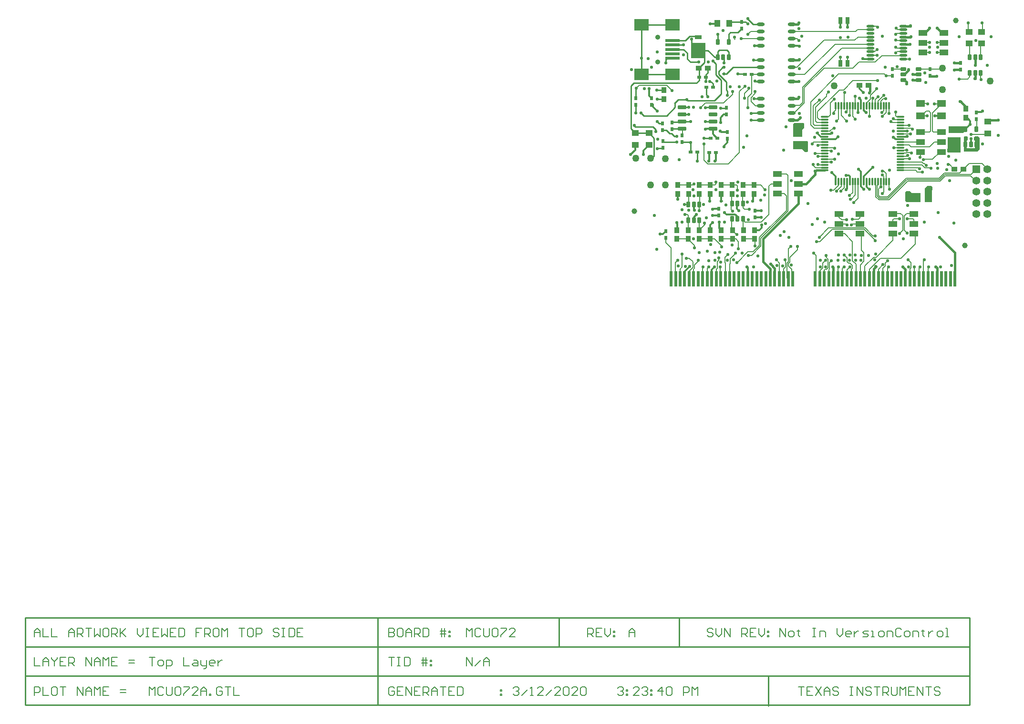
<source format=gtl>
G04*
G04 #@! TF.GenerationSoftware,Altium Limited,Altium Designer,18.1.9 (240)*
G04*
G04 Layer_Physical_Order=1*
G04 Layer_Color=255*
%FSAX44Y44*%
%MOMM*%
G71*
G01*
G75*
%ADD15C,0.2032*%
%ADD24C,0.2540*%
%ADD25R,0.9500X1.0000*%
%ADD26R,1.2000X1.1000*%
%ADD27R,1.2700X0.7620*%
%ADD28R,2.5400X2.6670*%
%ADD29R,2.5000X2.0000*%
%ADD30R,2.5000X0.5000*%
%ADD31R,1.6000X1.0000*%
%ADD32R,1.6000X1.0000*%
%ADD33R,0.7600X1.2700*%
G04:AMPARAMS|DCode=34|XSize=0.6mm|YSize=1.45mm|CornerRadius=0.051mm|HoleSize=0mm|Usage=FLASHONLY|Rotation=90.000|XOffset=0mm|YOffset=0mm|HoleType=Round|Shape=RoundedRectangle|*
%AMROUNDEDRECTD34*
21,1,0.6000,1.3480,0,0,90.0*
21,1,0.4980,1.4500,0,0,90.0*
1,1,0.1020,0.6740,0.2490*
1,1,0.1020,0.6740,-0.2490*
1,1,0.1020,-0.6740,-0.2490*
1,1,0.1020,-0.6740,0.2490*
%
%ADD34ROUNDEDRECTD34*%
%ADD35O,1.4000X0.4500*%
%ADD36O,0.3000X1.4500*%
%ADD37O,1.4500X0.3000*%
%ADD38C,1.0000*%
%ADD39R,1.6000X1.2500*%
G04:AMPARAMS|DCode=40|XSize=0.6mm|YSize=1mm|CornerRadius=0.051mm|HoleSize=0mm|Usage=FLASHONLY|Rotation=90.000|XOffset=0mm|YOffset=0mm|HoleType=Round|Shape=RoundedRectangle|*
%AMROUNDEDRECTD40*
21,1,0.6000,0.8980,0,0,90.0*
21,1,0.4980,1.0000,0,0,90.0*
1,1,0.1020,0.4490,0.2490*
1,1,0.1020,0.4490,-0.2490*
1,1,0.1020,-0.4490,-0.2490*
1,1,0.1020,-0.4490,0.2490*
%
%ADD40ROUNDEDRECTD40*%
G04:AMPARAMS|DCode=41|XSize=0.6mm|YSize=1mm|CornerRadius=0.051mm|HoleSize=0mm|Usage=FLASHONLY|Rotation=180.000|XOffset=0mm|YOffset=0mm|HoleType=Round|Shape=RoundedRectangle|*
%AMROUNDEDRECTD41*
21,1,0.6000,0.8980,0,0,180.0*
21,1,0.4980,1.0000,0,0,180.0*
1,1,0.1020,-0.2490,0.4490*
1,1,0.1020,0.2490,0.4490*
1,1,0.1020,0.2490,-0.4490*
1,1,0.1020,-0.2490,-0.4490*
%
%ADD41ROUNDEDRECTD41*%
%ADD42O,1.3970X0.6000*%
%ADD43R,1.6002X1.2700*%
%ADD44R,0.6000X0.8000*%
%ADD45R,0.8000X0.6000*%
%ADD46R,1.0000X0.9500*%
%ADD47R,1.1000X1.2000*%
%ADD48R,1.2700X1.6002*%
%ADD52R,0.5500X2.8000*%
%ADD77C,0.9000*%
%ADD78C,1.3900*%
G04:AMPARAMS|DCode=79|XSize=1.39mm|YSize=1.39mm|CornerRadius=0.0487mm|HoleSize=0mm|Usage=FLASHONLY|Rotation=270.000|XOffset=0mm|YOffset=0mm|HoleType=Round|Shape=RoundedRectangle|*
%AMROUNDEDRECTD79*
21,1,1.3900,1.2927,0,0,270.0*
21,1,1.2927,1.3900,0,0,270.0*
1,1,0.0973,-0.6464,-0.6464*
1,1,0.0973,-0.6464,0.6464*
1,1,0.0973,0.6464,0.6464*
1,1,0.0973,0.6464,-0.6464*
%
%ADD79ROUNDEDRECTD79*%
%ADD80C,0.1524*%
%ADD81C,0.3810*%
%ADD82C,0.3048*%
%ADD83C,0.1270*%
%ADD84C,1.2700*%
%ADD85C,0.5588*%
G36*
X01465047Y01111656D02*
X01480795D01*
X01480795Y01123086D01*
X01484859Y01127150D01*
X01484858Y01134008D01*
X01483335Y01135532D01*
X01467079Y01135532D01*
X01465047Y01133500D01*
Y01111656D01*
D02*
G37*
G36*
X01465047Y01089304D02*
X01480795Y01089304D01*
X01485710Y01084389D01*
X01490103Y01084389D01*
X01491717Y01086002D01*
Y01102258D01*
X01490447Y01103528D01*
X01465047D01*
X01465047Y01089304D01*
D02*
G37*
G36*
X01690853Y01011326D02*
Y00995832D01*
X01690599Y00995578D01*
X01666121D01*
X01663929Y00997390D01*
X01663929Y01012596D01*
X01665707Y01014374D01*
X01672311D01*
X01675359Y01011326D01*
X01690853D01*
D02*
G37*
G36*
X01773657Y01129377D02*
Y01120487D01*
X01768831D01*
X01766291Y01117946D01*
X01741145D01*
X01740891Y01118201D01*
Y01129631D01*
X01741145Y01129884D01*
X01773149D01*
X01773657Y01129377D01*
D02*
G37*
G36*
X01774673Y01111342D02*
Y01105247D01*
X01773657Y01104230D01*
Y01091531D01*
X01774165Y01091022D01*
X01786865D01*
X01787373Y01091531D01*
Y01104230D01*
X01786357Y01105247D01*
Y01110835D01*
X01787373Y01111851D01*
X01793723D01*
X01794485Y01111088D01*
X01796263Y01109311D01*
X01796263Y01092801D01*
Y01089245D01*
X01792199Y01085181D01*
X01778991Y01085181D01*
X01768323D01*
X01768323Y01104230D01*
X01767815Y01104738D01*
Y01111342D01*
X01768831Y01112358D01*
X01773657D01*
X01774673Y01111342D01*
D02*
G37*
G36*
X01761998Y01083208D02*
X01740002Y01083208D01*
X01738224Y01084986D01*
X01738224Y01089304D01*
X01739494Y01090828D01*
Y01110640D01*
X01761998Y01110640D01*
X01761998Y01083208D01*
D02*
G37*
G36*
X01712697Y01022248D02*
Y01017168D01*
X01711173Y01015644D01*
Y00995578D01*
X01698981D01*
Y01019708D01*
X01703299Y01024026D01*
X01710919D01*
X01712697Y01022248D01*
D02*
G37*
G54D15*
X00322326Y00186814D02*
X00332483D01*
X00327404D01*
Y00171579D01*
X00340100D02*
X00345179D01*
X00347718Y00174118D01*
Y00179196D01*
X00345179Y00181735D01*
X00340100D01*
X00337561Y00179196D01*
Y00174118D01*
X00340100Y00171579D01*
X00352796Y00166500D02*
Y00181735D01*
X00360414D01*
X00362953Y00179196D01*
Y00174118D01*
X00360414Y00171579D01*
X00352796D01*
X00383266Y00186814D02*
Y00171579D01*
X00393423D01*
X00401040Y00181735D02*
X00406119D01*
X00408658Y00179196D01*
Y00171579D01*
X00401040D01*
X00398501Y00174118D01*
X00401040Y00176657D01*
X00408658D01*
X00413736Y00181735D02*
Y00174118D01*
X00416276Y00171579D01*
X00423893D01*
Y00169039D01*
X00421354Y00166500D01*
X00418815D01*
X00423893Y00171579D02*
Y00181735D01*
X00436589Y00171579D02*
X00431511D01*
X00428971Y00174118D01*
Y00179196D01*
X00431511Y00181735D01*
X00436589D01*
X00439128Y00179196D01*
Y00176657D01*
X00428971D01*
X00444207Y00181735D02*
Y00171579D01*
Y00176657D01*
X00446746Y00179196D01*
X00449285Y00181735D01*
X00451824D01*
X01441196Y00223097D02*
Y00238332D01*
X01451353Y00223097D01*
Y00238332D01*
X01458970Y00223097D02*
X01464049D01*
X01466588Y00225636D01*
Y00230714D01*
X01464049Y00233253D01*
X01458970D01*
X01456431Y00230714D01*
Y00225636D01*
X01458970Y00223097D01*
X01474205Y00235793D02*
Y00233253D01*
X01471666D01*
X01476745D01*
X01474205D01*
Y00225636D01*
X01476745Y00223097D01*
X01499597Y00238332D02*
X01504675D01*
X01502136D01*
Y00223097D01*
X01499597D01*
X01504675D01*
X01512293D02*
Y00233253D01*
X01519910D01*
X01522450Y00230714D01*
Y00223097D01*
X01542763Y00238332D02*
Y00228175D01*
X01547841Y00223097D01*
X01552920Y00228175D01*
Y00238332D01*
X01565616Y00223097D02*
X01560537D01*
X01557998Y00225636D01*
Y00230714D01*
X01560537Y00233253D01*
X01565616D01*
X01568155Y00230714D01*
Y00228175D01*
X01557998D01*
X01573233Y00233253D02*
Y00223097D01*
Y00228175D01*
X01575773Y00230714D01*
X01578312Y00233253D01*
X01580851D01*
X01588468Y00223097D02*
X01596086D01*
X01598625Y00225636D01*
X01596086Y00228175D01*
X01591008D01*
X01588468Y00230714D01*
X01591008Y00233253D01*
X01598625D01*
X01603703Y00223097D02*
X01608782D01*
X01606243D01*
Y00233253D01*
X01603703D01*
X01618938Y00223097D02*
X01624017D01*
X01626556Y00225636D01*
Y00230714D01*
X01624017Y00233253D01*
X01618938D01*
X01616399Y00230714D01*
Y00225636D01*
X01618938Y00223097D01*
X01631634D02*
Y00233253D01*
X01639252D01*
X01641791Y00230714D01*
Y00223097D01*
X01657026Y00235793D02*
X01654487Y00238332D01*
X01649409D01*
X01646870Y00235793D01*
Y00225636D01*
X01649409Y00223097D01*
X01654487D01*
X01657026Y00225636D01*
X01664644Y00223097D02*
X01669722D01*
X01672261Y00225636D01*
Y00230714D01*
X01669722Y00233253D01*
X01664644D01*
X01662104Y00230714D01*
Y00225636D01*
X01664644Y00223097D01*
X01677340D02*
Y00233253D01*
X01684957D01*
X01687496Y00230714D01*
Y00223097D01*
X01695114Y00235793D02*
Y00233253D01*
X01692575D01*
X01697653D01*
X01695114D01*
Y00225636D01*
X01697653Y00223097D01*
X01705271Y00233253D02*
Y00223097D01*
Y00228175D01*
X01707810Y00230714D01*
X01710349Y00233253D01*
X01712888D01*
X01723045Y00223097D02*
X01728123D01*
X01730662Y00225636D01*
Y00230714D01*
X01728123Y00233253D01*
X01723045D01*
X01720506Y00230714D01*
Y00225636D01*
X01723045Y00223097D01*
X01735741D02*
X01740819D01*
X01738280D01*
Y00238332D01*
X01735741D01*
X01322829Y00235793D02*
X01320289Y00238332D01*
X01315211D01*
X01312672Y00235793D01*
Y00233253D01*
X01315211Y00230714D01*
X01320289D01*
X01322829Y00228175D01*
Y00225636D01*
X01320289Y00223097D01*
X01315211D01*
X01312672Y00225636D01*
X01327907Y00238332D02*
Y00228175D01*
X01332985Y00223097D01*
X01338064Y00228175D01*
Y00238332D01*
X01343142Y00223097D02*
Y00238332D01*
X01353299Y00223097D01*
Y00238332D01*
X01373612Y00223097D02*
Y00238332D01*
X01381230D01*
X01383769Y00235793D01*
Y00230714D01*
X01381230Y00228175D01*
X01373612D01*
X01378691D02*
X01383769Y00223097D01*
X01399004Y00238332D02*
X01388847D01*
Y00223097D01*
X01399004D01*
X01388847Y00230714D02*
X01393926D01*
X01404082Y00238332D02*
Y00228175D01*
X01409161Y00223097D01*
X01414239Y00228175D01*
Y00238332D01*
X01419317Y00233253D02*
X01421857D01*
Y00230714D01*
X01419317D01*
Y00233253D01*
Y00225636D02*
X01421857D01*
Y00223097D01*
X01419317D01*
Y00225636D01*
X01099820Y00223097D02*
Y00238332D01*
X01107438D01*
X01109977Y00235793D01*
Y00230714D01*
X01107438Y00228175D01*
X01099820D01*
X01104898D02*
X01109977Y00223097D01*
X01125212Y00238332D02*
X01115055D01*
Y00223097D01*
X01125212D01*
X01115055Y00230714D02*
X01120133D01*
X01130290Y00238332D02*
Y00228175D01*
X01135368Y00223097D01*
X01140447Y00228175D01*
Y00238332D01*
X01145525Y00233253D02*
X01148064D01*
Y00230714D01*
X01145525D01*
Y00233253D01*
Y00225636D02*
X01148064D01*
Y00223097D01*
X01145525D01*
Y00225636D01*
X00322326Y00119295D02*
Y00134530D01*
X00327404Y00129452D01*
X00332483Y00134530D01*
Y00119295D01*
X00347718Y00131991D02*
X00345179Y00134530D01*
X00340100D01*
X00337561Y00131991D01*
Y00121834D01*
X00340100Y00119295D01*
X00345179D01*
X00347718Y00121834D01*
X00352796Y00134530D02*
Y00121834D01*
X00355335Y00119295D01*
X00360414D01*
X00362953Y00121834D01*
Y00134530D01*
X00368031Y00131991D02*
X00370570Y00134530D01*
X00375649D01*
X00378188Y00131991D01*
Y00121834D01*
X00375649Y00119295D01*
X00370570D01*
X00368031Y00121834D01*
Y00131991D01*
X00383266Y00134530D02*
X00393423D01*
Y00131991D01*
X00383266Y00121834D01*
Y00119295D01*
X00408658D02*
X00398501D01*
X00408658Y00129452D01*
Y00131991D01*
X00406119Y00134530D01*
X00401040D01*
X00398501Y00131991D01*
X00413736Y00119295D02*
Y00129452D01*
X00418815Y00134530D01*
X00423893Y00129452D01*
Y00119295D01*
Y00126912D01*
X00413736D01*
X00428971Y00119295D02*
Y00121834D01*
X00431511D01*
Y00119295D01*
X00428971D01*
X00451824Y00131991D02*
X00449285Y00134530D01*
X00444207D01*
X00441667Y00131991D01*
Y00121834D01*
X00444207Y00119295D01*
X00449285D01*
X00451824Y00121834D01*
Y00126912D01*
X00446746D01*
X00456903Y00134530D02*
X00467059D01*
X00461981D01*
Y00119295D01*
X00472137Y00134530D02*
Y00119295D01*
X00482294D01*
X00968121Y00131991D02*
X00970660Y00134530D01*
X00975739D01*
X00978278Y00131991D01*
Y00129452D01*
X00975739Y00126912D01*
X00973199D01*
X00975739D01*
X00978278Y00124373D01*
Y00121834D01*
X00975739Y00119295D01*
X00970660D01*
X00968121Y00121834D01*
X00983356Y00119295D02*
X00993513Y00129452D01*
X00998591Y00119295D02*
X01003670D01*
X01001130D01*
Y00134530D01*
X00998591Y00131991D01*
X01021444Y00119295D02*
X01011287D01*
X01021444Y00129452D01*
Y00131991D01*
X01018905Y00134530D01*
X01013826D01*
X01011287Y00131991D01*
X01026522Y00119295D02*
X01036679Y00129452D01*
X01051914Y00119295D02*
X01041757D01*
X01051914Y00129452D01*
Y00131991D01*
X01049375Y00134530D01*
X01044296D01*
X01041757Y00131991D01*
X01056992D02*
X01059531Y00134530D01*
X01064610D01*
X01067149Y00131991D01*
Y00121834D01*
X01064610Y00119295D01*
X01059531D01*
X01056992Y00121834D01*
Y00131991D01*
X01082384Y00119295D02*
X01072227D01*
X01082384Y00129452D01*
Y00131991D01*
X01079845Y00134530D01*
X01074766D01*
X01072227Y00131991D01*
X01087462D02*
X01090002Y00134530D01*
X01095080D01*
X01097619Y00131991D01*
Y00121834D01*
X01095080Y00119295D01*
X01090002D01*
X01087462Y00121834D01*
Y00131991D01*
X00757425D02*
X00754885Y00134530D01*
X00749807D01*
X00747268Y00131991D01*
Y00121834D01*
X00749807Y00119295D01*
X00754885D01*
X00757425Y00121834D01*
Y00126912D01*
X00752346D01*
X00772660Y00134530D02*
X00762503D01*
Y00119295D01*
X00772660D01*
X00762503Y00126912D02*
X00767581D01*
X00777738Y00119295D02*
Y00134530D01*
X00787895Y00119295D01*
Y00134530D01*
X00803130D02*
X00792973D01*
Y00119295D01*
X00803130D01*
X00792973Y00126912D02*
X00798052D01*
X00808208Y00119295D02*
Y00134530D01*
X00815826D01*
X00818365Y00131991D01*
Y00126912D01*
X00815826Y00124373D01*
X00808208D01*
X00813287D02*
X00818365Y00119295D01*
X00823443D02*
Y00129452D01*
X00828522Y00134530D01*
X00833600Y00129452D01*
Y00119295D01*
Y00126912D01*
X00823443D01*
X00838678Y00134530D02*
X00848835D01*
X00843757D01*
Y00119295D01*
X00864070Y00134530D02*
X00853913D01*
Y00119295D01*
X00864070D01*
X00853913Y00126912D02*
X00858992D01*
X00869149Y00134530D02*
Y00119295D01*
X00876766D01*
X00879305Y00121834D01*
Y00131991D01*
X00876766Y00134530D01*
X00869149D01*
X00945324Y00129452D02*
X00947863D01*
Y00126912D01*
X00945324D01*
Y00129452D01*
Y00121834D02*
X00947863D01*
Y00119295D01*
X00945324D01*
Y00121834D01*
X00117729Y00223097D02*
Y00233253D01*
X00122807Y00238332D01*
X00127886Y00233253D01*
Y00223097D01*
Y00230714D01*
X00117729D01*
X00132964Y00238332D02*
Y00223097D01*
X00143121D01*
X00148199Y00238332D02*
Y00223097D01*
X00158356D01*
X00178669D02*
Y00233253D01*
X00183748Y00238332D01*
X00188826Y00233253D01*
Y00223097D01*
Y00230714D01*
X00178669D01*
X00193904Y00223097D02*
Y00238332D01*
X00201522D01*
X00204061Y00235793D01*
Y00230714D01*
X00201522Y00228175D01*
X00193904D01*
X00198983D02*
X00204061Y00223097D01*
X00209139Y00238332D02*
X00219296D01*
X00214218D01*
Y00223097D01*
X00224375Y00238332D02*
Y00223097D01*
X00229453Y00228175D01*
X00234531Y00223097D01*
Y00238332D01*
X00247227D02*
X00242149D01*
X00239610Y00235793D01*
Y00225636D01*
X00242149Y00223097D01*
X00247227D01*
X00249766Y00225636D01*
Y00235793D01*
X00247227Y00238332D01*
X00254845Y00223097D02*
Y00238332D01*
X00262462D01*
X00265001Y00235793D01*
Y00230714D01*
X00262462Y00228175D01*
X00254845D01*
X00259923D02*
X00265001Y00223097D01*
X00270080Y00238332D02*
Y00223097D01*
Y00228175D01*
X00280236Y00238332D01*
X00272619Y00230714D01*
X00280236Y00223097D01*
X00300550Y00238332D02*
Y00228175D01*
X00305628Y00223097D01*
X00310707Y00228175D01*
Y00238332D01*
X00315785D02*
X00320863D01*
X00318324D01*
Y00223097D01*
X00315785D01*
X00320863D01*
X00338638Y00238332D02*
X00328481D01*
Y00223097D01*
X00338638D01*
X00328481Y00230714D02*
X00333559D01*
X00343716Y00238332D02*
Y00223097D01*
X00348794Y00228175D01*
X00353873Y00223097D01*
Y00238332D01*
X00369108D02*
X00358951D01*
Y00223097D01*
X00369108D01*
X00358951Y00230714D02*
X00364029D01*
X00374186Y00238332D02*
Y00223097D01*
X00381804D01*
X00384343Y00225636D01*
Y00235793D01*
X00381804Y00238332D01*
X00374186D01*
X00414813D02*
X00404656D01*
Y00230714D01*
X00409734D01*
X00404656D01*
Y00223097D01*
X00419891D02*
Y00238332D01*
X00427509D01*
X00430048Y00235793D01*
Y00230714D01*
X00427509Y00228175D01*
X00419891D01*
X00424970D02*
X00430048Y00223097D01*
X00442744Y00238332D02*
X00437665D01*
X00435126Y00235793D01*
Y00225636D01*
X00437665Y00223097D01*
X00442744D01*
X00445283Y00225636D01*
Y00235793D01*
X00442744Y00238332D01*
X00450361Y00223097D02*
Y00238332D01*
X00455440Y00233253D01*
X00460518Y00238332D01*
Y00223097D01*
X00480832Y00238332D02*
X00490988D01*
X00485910D01*
Y00223097D01*
X00503684Y00238332D02*
X00498606D01*
X00496067Y00235793D01*
Y00225636D01*
X00498606Y00223097D01*
X00503684D01*
X00506223Y00225636D01*
Y00235793D01*
X00503684Y00238332D01*
X00511302Y00223097D02*
Y00238332D01*
X00518919D01*
X00521458Y00235793D01*
Y00230714D01*
X00518919Y00228175D01*
X00511302D01*
X00551929Y00235793D02*
X00549389Y00238332D01*
X00544311D01*
X00541772Y00235793D01*
Y00233253D01*
X00544311Y00230714D01*
X00549389D01*
X00551929Y00228175D01*
Y00225636D01*
X00549389Y00223097D01*
X00544311D01*
X00541772Y00225636D01*
X00557007Y00238332D02*
X00562085D01*
X00559546D01*
Y00223097D01*
X00557007D01*
X00562085D01*
X00569703Y00238332D02*
Y00223097D01*
X00577320D01*
X00579860Y00225636D01*
Y00235793D01*
X00577320Y00238332D01*
X00569703D01*
X00595095D02*
X00584938D01*
Y00223097D01*
X00595095D01*
X00584938Y00230714D02*
X00590016D01*
X01173861Y00223097D02*
Y00233253D01*
X01178939Y00238332D01*
X01184018Y00233253D01*
Y00223097D01*
Y00230714D01*
X01173861D01*
X00885317Y00223097D02*
Y00238332D01*
X00890395Y00233253D01*
X00895474Y00238332D01*
Y00223097D01*
X00910709Y00235793D02*
X00908170Y00238332D01*
X00903091D01*
X00900552Y00235793D01*
Y00225636D01*
X00903091Y00223097D01*
X00908170D01*
X00910709Y00225636D01*
X00915787Y00238332D02*
Y00225636D01*
X00918326Y00223097D01*
X00923405D01*
X00925944Y00225636D01*
Y00238332D01*
X00931022Y00235793D02*
X00933561Y00238332D01*
X00938640D01*
X00941179Y00235793D01*
Y00225636D01*
X00938640Y00223097D01*
X00933561D01*
X00931022Y00225636D01*
Y00235793D01*
X00946257Y00238332D02*
X00956414D01*
Y00235793D01*
X00946257Y00225636D01*
Y00223097D01*
X00971649D02*
X00961492D01*
X00971649Y00233253D01*
Y00235793D01*
X00969110Y00238332D01*
X00964032D01*
X00961492Y00235793D01*
X00746760Y00238332D02*
Y00223097D01*
X00754378D01*
X00756917Y00225636D01*
Y00228175D01*
X00754378Y00230714D01*
X00746760D01*
X00754378D01*
X00756917Y00233253D01*
Y00235793D01*
X00754378Y00238332D01*
X00746760D01*
X00769613D02*
X00764534D01*
X00761995Y00235793D01*
Y00225636D01*
X00764534Y00223097D01*
X00769613D01*
X00772152Y00225636D01*
Y00235793D01*
X00769613Y00238332D01*
X00777230Y00223097D02*
Y00233253D01*
X00782309Y00238332D01*
X00787387Y00233253D01*
Y00223097D01*
Y00230714D01*
X00777230D01*
X00792465Y00223097D02*
Y00238332D01*
X00800083D01*
X00802622Y00235793D01*
Y00230714D01*
X00800083Y00228175D01*
X00792465D01*
X00797544D02*
X00802622Y00223097D01*
X00807700Y00238332D02*
Y00223097D01*
X00815318D01*
X00817857Y00225636D01*
Y00235793D01*
X00815318Y00238332D01*
X00807700D01*
X00840710Y00223097D02*
Y00238332D01*
X00845788D02*
Y00223097D01*
X00838170Y00233253D02*
X00845788D01*
X00848327D01*
X00838170Y00228175D02*
X00848327D01*
X00853406Y00233253D02*
X00855945D01*
Y00230714D01*
X00853406D01*
Y00233253D01*
Y00225636D02*
X00855945D01*
Y00223097D01*
X00853406D01*
Y00225636D01*
X00117729Y00186814D02*
Y00171579D01*
X00127886D01*
X00132964D02*
Y00181735D01*
X00138042Y00186814D01*
X00143121Y00181735D01*
Y00171579D01*
Y00179196D01*
X00132964D01*
X00148199Y00186814D02*
Y00184275D01*
X00153278Y00179196D01*
X00158356Y00184275D01*
Y00186814D01*
X00153278Y00179196D02*
Y00171579D01*
X00173591Y00186814D02*
X00163434D01*
Y00171579D01*
X00173591D01*
X00163434Y00179196D02*
X00168513D01*
X00178669Y00171579D02*
Y00186814D01*
X00186287D01*
X00188826Y00184275D01*
Y00179196D01*
X00186287Y00176657D01*
X00178669D01*
X00183748D02*
X00188826Y00171579D01*
X00209139D02*
Y00186814D01*
X00219296Y00171579D01*
Y00186814D01*
X00224375Y00171579D02*
Y00181735D01*
X00229453Y00186814D01*
X00234531Y00181735D01*
Y00171579D01*
Y00179196D01*
X00224375D01*
X00239610Y00171579D02*
Y00186814D01*
X00244688Y00181735D01*
X00249766Y00186814D01*
Y00171579D01*
X00265001Y00186814D02*
X00254845D01*
Y00171579D01*
X00265001D01*
X00254845Y00179196D02*
X00259923D01*
X00285315Y00176657D02*
X00295471D01*
X00285315Y00181735D02*
X00295471D01*
X00117729Y00119295D02*
Y00134530D01*
X00125346D01*
X00127886Y00131991D01*
Y00126912D01*
X00125346Y00124373D01*
X00117729D01*
X00132964Y00134530D02*
Y00119295D01*
X00143121D01*
X00155817Y00134530D02*
X00150738D01*
X00148199Y00131991D01*
Y00121834D01*
X00150738Y00119295D01*
X00155817D01*
X00158356Y00121834D01*
Y00131991D01*
X00155817Y00134530D01*
X00163434D02*
X00173591D01*
X00168513D01*
Y00119295D01*
X00193904D02*
Y00134530D01*
X00204061Y00119295D01*
Y00134530D01*
X00209139Y00119295D02*
Y00129452D01*
X00214218Y00134530D01*
X00219296Y00129452D01*
Y00119295D01*
Y00126912D01*
X00209139D01*
X00224375Y00119295D02*
Y00134530D01*
X00229453Y00129452D01*
X00234531Y00134530D01*
Y00119295D01*
X00249766Y00134530D02*
X00239610D01*
Y00119295D01*
X00249766D01*
X00239610Y00126912D02*
X00244688D01*
X00270080Y00124373D02*
X00280236D01*
X00270080Y00129452D02*
X00280236D01*
X01153287Y00131991D02*
X01155826Y00134530D01*
X01160904D01*
X01163444Y00131991D01*
Y00129452D01*
X01160904Y00126912D01*
X01158365D01*
X01160904D01*
X01163444Y00124373D01*
Y00121834D01*
X01160904Y00119295D01*
X01155826D01*
X01153287Y00121834D01*
X01168522Y00129452D02*
X01171061D01*
Y00126912D01*
X01168522D01*
Y00129452D01*
Y00121834D02*
X01171061D01*
Y00119295D01*
X01168522D01*
Y00121834D01*
X01191375Y00119295D02*
X01181218D01*
X01191375Y00129452D01*
Y00131991D01*
X01188836Y00134530D01*
X01183757D01*
X01181218Y00131991D01*
X01196453D02*
X01198992Y00134530D01*
X01204071D01*
X01206610Y00131991D01*
Y00129452D01*
X01204071Y00126912D01*
X01201531D01*
X01204071D01*
X01206610Y00124373D01*
Y00121834D01*
X01204071Y00119295D01*
X01198992D01*
X01196453Y00121834D01*
X01211688Y00129452D02*
X01214227D01*
Y00126912D01*
X01211688D01*
Y00129452D01*
Y00121834D02*
X01214227D01*
Y00119295D01*
X01211688D01*
Y00121834D01*
X01232001Y00119295D02*
Y00134530D01*
X01224384Y00126912D01*
X01234541D01*
X01239619Y00131991D02*
X01242158Y00134530D01*
X01247237D01*
X01249776Y00131991D01*
Y00121834D01*
X01247237Y00119295D01*
X01242158D01*
X01239619Y00121834D01*
Y00131991D01*
X01270089Y00119295D02*
Y00134530D01*
X01277707D01*
X01280246Y00131991D01*
Y00126912D01*
X01277707Y00124373D01*
X01270089D01*
X01285324Y00119295D02*
Y00134530D01*
X01290403Y00129452D01*
X01295481Y00134530D01*
Y00119295D01*
X01474470Y00134530D02*
X01484627D01*
X01479548D01*
Y00119295D01*
X01499862Y00134530D02*
X01489705D01*
Y00119295D01*
X01499862D01*
X01489705Y00126912D02*
X01494783D01*
X01504940Y00134530D02*
X01515097Y00119295D01*
Y00134530D02*
X01504940Y00119295D01*
X01520175D02*
Y00129452D01*
X01525254Y00134530D01*
X01530332Y00129452D01*
Y00119295D01*
Y00126912D01*
X01520175D01*
X01545567Y00131991D02*
X01543028Y00134530D01*
X01537950D01*
X01535410Y00131991D01*
Y00129452D01*
X01537950Y00126912D01*
X01543028D01*
X01545567Y00124373D01*
Y00121834D01*
X01543028Y00119295D01*
X01537950D01*
X01535410Y00121834D01*
X01565880Y00134530D02*
X01570959D01*
X01568420D01*
Y00119295D01*
X01565880D01*
X01570959D01*
X01578576D02*
Y00134530D01*
X01588733Y00119295D01*
Y00134530D01*
X01603968Y00131991D02*
X01601429Y00134530D01*
X01596351D01*
X01593811Y00131991D01*
Y00129452D01*
X01596351Y00126912D01*
X01601429D01*
X01603968Y00124373D01*
Y00121834D01*
X01601429Y00119295D01*
X01596351D01*
X01593811Y00121834D01*
X01609046Y00134530D02*
X01619203D01*
X01614125D01*
Y00119295D01*
X01624281D02*
Y00134530D01*
X01631899D01*
X01634438Y00131991D01*
Y00126912D01*
X01631899Y00124373D01*
X01624281D01*
X01629360D02*
X01634438Y00119295D01*
X01639517Y00134530D02*
Y00121834D01*
X01642056Y00119295D01*
X01647134D01*
X01649673Y00121834D01*
Y00134530D01*
X01654752Y00119295D02*
Y00134530D01*
X01659830Y00129452D01*
X01664908Y00134530D01*
Y00119295D01*
X01680143Y00134530D02*
X01669987D01*
Y00119295D01*
X01680143D01*
X01669987Y00126912D02*
X01675065D01*
X01685222Y00119295D02*
Y00134530D01*
X01695379Y00119295D01*
Y00134530D01*
X01700457D02*
X01710614D01*
X01705535D01*
Y00119295D01*
X01725849Y00131991D02*
X01723309Y00134530D01*
X01718231D01*
X01715692Y00131991D01*
Y00129452D01*
X01718231Y00126912D01*
X01723309D01*
X01725849Y00124373D01*
Y00121834D01*
X01723309Y00119295D01*
X01718231D01*
X01715692Y00121834D01*
X00746760Y00186685D02*
X00756917D01*
X00751838D01*
Y00171450D01*
X00761995Y00186685D02*
X00767073D01*
X00764534D01*
Y00171450D01*
X00761995D01*
X00767073D01*
X00774691Y00186685D02*
Y00171450D01*
X00782309D01*
X00784848Y00173989D01*
Y00184146D01*
X00782309Y00186685D01*
X00774691D01*
X00807700Y00171450D02*
Y00186685D01*
X00812779D02*
Y00171450D01*
X00805161Y00181607D02*
X00812779D01*
X00815318D01*
X00805161Y00176528D02*
X00815318D01*
X00820396Y00181607D02*
X00822935D01*
Y00179067D01*
X00820396D01*
Y00181607D01*
Y00173989D02*
X00822935D01*
Y00171450D01*
X00820396D01*
Y00173989D01*
X00885317Y00171450D02*
Y00186685D01*
X00895474Y00171450D01*
Y00186685D01*
X00900552Y00171450D02*
X00910709Y00181607D01*
X00915787Y00171450D02*
Y00181607D01*
X00920865Y00186685D01*
X00925944Y00181607D01*
Y00171450D01*
Y00179067D01*
X00915787D01*
G54D24*
X01384402Y01320317D02*
X01393707Y01311012D01*
X01407880D01*
X01372962Y01315482D02*
X01373861Y01316380D01*
X01351001Y01313332D02*
X01353150Y01315482D01*
X01327379Y01083422D02*
Y01083716D01*
X01292510Y01270033D02*
X01301776D01*
X01306551Y01108862D02*
X01306551Y01108862D01*
X01318331D01*
X01249398Y01125376D02*
X01267876D01*
X01253913Y01102004D02*
X01258291D01*
X01253866Y01101958D02*
X01253913Y01102004D01*
X01254366Y01111910D02*
X01258291D01*
X01249221Y01117056D02*
X01254366Y01111910D01*
X01267368Y01137376D02*
X01267972Y01137980D01*
X01279881Y01163472D02*
X01280135Y01163726D01*
X01279840Y01163432D02*
X01279881Y01163472D01*
X01267920Y01163432D02*
X01279840D01*
X01255160Y01163332D02*
Y01171771D01*
X01260831Y01177442D01*
X01254481Y01171092D02*
X01255160Y01171771D01*
X01260831Y01177442D02*
X01276071D01*
X01277603Y01175910D02*
X01325495D01*
X01276071Y01177442D02*
X01277603Y01175910D01*
X01199623Y01148480D02*
X01240308D01*
X01194791Y01153312D02*
X01199623Y01148480D01*
X01185901Y01153312D02*
Y01167543D01*
X01185950Y01167592D01*
X01217905Y01076858D02*
Y01109108D01*
X01214857Y01073810D02*
X01217905Y01076858D01*
X01209266Y01117746D02*
X01217905Y01109108D01*
X01390371Y01140612D02*
X01393570D01*
X01393828Y01140870D01*
X01317981Y01312062D02*
X01329583D01*
X01330448Y01312928D01*
X01239241Y01248323D02*
X01241480Y01250562D01*
X01239241Y01242212D02*
Y01248323D01*
X01342111Y01242212D02*
Y01251332D01*
X01340890Y01252552D02*
X01342111Y01251332D01*
X01339815Y01234592D02*
X01342111D01*
X01332831Y01227608D02*
X01339815Y01234592D01*
X01346518Y01223162D02*
X01358168Y01234812D01*
X01342111Y01223162D02*
X01346518D01*
X01339730D02*
X01342111D01*
X01339421Y01223472D02*
X01339730Y01223162D01*
X01183361Y01130614D02*
Y01131722D01*
Y01130614D02*
X01184947Y01129028D01*
X01337031Y01187446D02*
Y01212240D01*
X01327876Y01221395D02*
X01337031Y01212240D01*
X01327876Y01221395D02*
Y01240994D01*
X01325495Y01175910D02*
X01337031Y01187446D01*
X01332831Y01222116D02*
X01346429Y01208517D01*
Y01194230D02*
Y01208517D01*
Y01194230D02*
X01348463Y01192197D01*
X01284620Y01276598D02*
Y01284525D01*
Y01276598D02*
X01296440Y01264778D01*
X01282248Y01101608D02*
X01283007Y01100848D01*
X01332831Y01222116D02*
Y01227608D01*
X01393828Y01140870D02*
X01393866Y01140832D01*
X01390179Y01152574D02*
X01390810Y01153205D01*
X01394033D01*
X01394360Y01153532D01*
X01407880D01*
X01298060Y01211442D02*
Y01216772D01*
X01240308Y01148480D02*
X01255160Y01163332D01*
X01195636Y01250923D02*
X01195809Y01251097D01*
X01195636Y01222562D02*
Y01250923D01*
Y01251271D02*
X01195809Y01251097D01*
X01195636Y01251271D02*
Y01310562D01*
X01294546Y01290041D02*
X01296440Y01288146D01*
X01281317Y01290041D02*
X01294546D01*
X01273838Y01282562D02*
X01281317Y01290041D01*
X01404492Y01247512D02*
X01407880D01*
X01404492D02*
X01404592Y01247612D01*
X01404435Y01247454D02*
X01404492Y01247512D01*
X01234332Y01101958D02*
X01253866D01*
X01360598Y01284564D02*
X01360791Y01284757D01*
X01316659Y01209076D02*
X01316869Y01208865D01*
X01319625D01*
X01322760Y01205730D01*
Y01198992D02*
Y01205730D01*
X01307233Y01264576D02*
Y01264717D01*
X01297330Y01233282D02*
X01307233Y01243185D01*
X01245566Y01117056D02*
X01249221D01*
X01239480Y01123142D02*
X01245566Y01117056D01*
X01216324Y01129028D02*
X01221458Y01123894D01*
X01184947Y01129028D02*
X01216324D01*
X01223998Y01138488D02*
X01227345Y01135142D01*
X01249398Y01137376D02*
X01267368D01*
X01267972Y01137980D02*
X01282672D01*
X01294860Y01068362D02*
X01295088Y01068135D01*
X01294860Y01068362D02*
Y01083802D01*
X01282860Y01100702D02*
X01283007Y01100848D01*
X01282860Y01083802D02*
Y01100702D01*
X01221458Y01120454D02*
Y01123894D01*
X01226092Y01090685D02*
X01233604D01*
Y01102685D02*
X01234332Y01101958D01*
X01232940Y01123142D02*
X01239480D01*
X01395950Y01178932D02*
X01407880D01*
X01310760Y01185839D02*
X01313124Y01183475D01*
Y01182662D02*
Y01183475D01*
X01307233Y01264717D02*
X01313917D01*
X01241480Y01250562D02*
X01250635D01*
X01313917Y01264717D02*
X01326082Y01252552D01*
X01331390D01*
Y01262999D01*
X01333873Y01265481D01*
X01347030D01*
X01350390Y01262121D01*
Y01252552D02*
Y01262121D01*
X01322664Y01246205D02*
X01327876Y01240994D01*
X01366716Y01296288D02*
X01373910Y01303482D01*
X01353645Y01296288D02*
X01366716D01*
X01350390Y01293034D02*
X01353645Y01296288D01*
X01350390Y01280052D02*
Y01293034D01*
X01397068Y01209917D02*
X01397572Y01209412D01*
X01407880D01*
X01336070Y01162062D02*
X01346120D01*
X01309799Y01138032D02*
X01322420D01*
X01309394Y01163432D02*
X01322420D01*
X01227345Y01135142D02*
X01232940D01*
X01250635Y01282562D02*
X01273838D01*
X01358168Y01234812D02*
X01407880D01*
X01267920Y01150732D02*
X01279676D01*
X01279878Y01150934D01*
X01298060Y01216772D02*
Y01232552D01*
X01297330Y01233282D02*
X01298060Y01232552D01*
X01250635Y01274562D02*
X01270156D01*
X01250635Y01266562D02*
X01270538D01*
X01277068Y01260033D01*
Y01249503D02*
Y01260033D01*
Y01249503D02*
X01282672Y01243898D01*
X01297658D01*
X01393866Y01140832D02*
X01407880D01*
X01313330Y01225026D02*
Y01233282D01*
X01310060Y01221756D02*
X01313330Y01225026D01*
X01310060Y01216772D02*
Y01221756D01*
Y01209564D02*
Y01216772D01*
X01309850Y01209354D02*
X01310060Y01209564D01*
X01310760Y01185839D02*
Y01198992D01*
X01366746Y01223324D02*
X01378273D01*
X01195636Y01222562D02*
X01250635D01*
X01195636Y01310562D02*
X01250635D01*
X01331390Y01280052D02*
Y01293378D01*
X01331440Y01293428D01*
X01223565Y01178292D02*
X01232940D01*
X01184725Y01117746D02*
X01209266D01*
X01184680Y01117702D02*
X01184725Y01117746D01*
X01348463Y01184632D02*
Y01192197D01*
X01262899Y01070262D02*
X01262930Y01070293D01*
X01339993Y01235472D02*
X01340419Y01235046D01*
X01253762Y01102062D02*
X01253866Y01101958D01*
X01239930Y01102062D02*
X01253762D01*
X01312930Y01182855D02*
X01313124Y01182662D01*
X01307233Y01243185D02*
Y01264576D01*
X01301776Y01270033D02*
X01307233Y01264576D01*
X01319234Y01312801D02*
X01328864D01*
X01394940Y01247454D02*
X01404435D01*
X01270156Y01274562D02*
X01270226Y01274632D01*
X01331390Y01280052D02*
X01332440Y01279002D01*
X01393828Y01140870D02*
X01402306D01*
X01348361Y01184530D02*
X01348463Y01184632D01*
X01293216Y01206597D02*
X01298060Y01211442D01*
X01177011Y01125372D02*
X01184680Y01117702D01*
X01177011Y01125372D02*
Y01201572D01*
X01182036Y01206597D01*
X01293216D01*
X01232855Y01194206D02*
X01232940Y01194292D01*
X01222985Y01194206D02*
X01232855D01*
X01266465Y01101608D02*
X01282248D01*
X01378273Y01223324D02*
X01378330Y01223382D01*
X01394744Y01247512D02*
X01404492D01*
X01373910Y01315482D02*
X01380601D01*
X01384529Y01311554D01*
X01353150Y01315482D02*
X01372962D01*
X01373910D01*
X01262888Y00205020D02*
Y00256667D01*
X01049528Y00205020D02*
Y00256667D01*
X00101600Y00205020D02*
X01778508D01*
X00101600Y00153374D02*
X01778000D01*
X00101600Y00101727D02*
X01118870D01*
X00101727Y00256667D02*
X01778508D01*
X00101727Y00101727D02*
Y00256667D01*
Y00101727D02*
X00501904D01*
X00101600D02*
Y00256667D01*
X00727710Y00101727D02*
Y00256667D01*
X01778508Y00101727D02*
Y00256667D01*
X01118870Y00101727D02*
X01778508D01*
X01420876Y00100076D02*
Y00151596D01*
G54D25*
X01357116Y00929666D02*
D03*
Y00945666D02*
D03*
X01337449Y00929666D02*
D03*
Y00945666D02*
D03*
X01395704Y01009422D02*
D03*
Y01025422D02*
D03*
X01396467Y00945666D02*
D03*
Y00929666D02*
D03*
X01337466Y01009422D02*
D03*
Y01025422D02*
D03*
X01356879D02*
D03*
Y01009422D02*
D03*
X01235431Y01194332D02*
D03*
Y01178332D02*
D03*
X01771879Y01160867D02*
D03*
Y01144867D02*
D03*
X01317799Y00929666D02*
D03*
Y00945666D02*
D03*
X01259815Y01009422D02*
D03*
Y01025422D02*
D03*
X01318053Y01009422D02*
D03*
Y01025422D02*
D03*
X01298132Y00945666D02*
D03*
Y00929666D02*
D03*
X01279227Y01009422D02*
D03*
Y01025422D02*
D03*
X01376800Y00945666D02*
D03*
Y00929666D02*
D03*
X01376292Y01009422D02*
D03*
Y01025422D02*
D03*
X01298640Y01009422D02*
D03*
Y01025422D02*
D03*
X01278465Y00945666D02*
D03*
Y00929666D02*
D03*
X01258799Y00945666D02*
D03*
Y00929666D02*
D03*
G54D26*
X01799819Y01297924D02*
D03*
Y01276924D02*
D03*
X01777721Y01297924D02*
D03*
Y01276924D02*
D03*
X01810487Y01138321D02*
D03*
Y01117321D02*
D03*
X01209266Y01117746D02*
D03*
Y01096746D02*
D03*
X01184680Y01117702D02*
D03*
Y01096702D02*
D03*
G54D27*
X01296440Y01288146D02*
D03*
G54D28*
Y01264778D02*
D03*
G54D29*
X01195636Y01222562D02*
D03*
Y01310562D02*
D03*
X01250636Y01222562D02*
D03*
Y01310562D02*
D03*
G54D30*
Y01250562D02*
D03*
Y01258562D02*
D03*
Y01266562D02*
D03*
Y01274562D02*
D03*
Y01282562D02*
D03*
G54D31*
X01437403Y01010336D02*
D03*
Y01027836D02*
D03*
Y01045336D02*
D03*
X01474403D02*
D03*
Y01027836D02*
D03*
Y01010336D02*
D03*
X01695213Y01295789D02*
D03*
Y01278288D02*
D03*
Y01260788D02*
D03*
X01732213D02*
D03*
Y01278288D02*
D03*
Y01295789D02*
D03*
X01642381Y00974080D02*
D03*
Y00956580D02*
D03*
Y00939080D02*
D03*
X01679381D02*
D03*
Y00956580D02*
D03*
Y00974080D02*
D03*
X01546648D02*
D03*
Y00956580D02*
D03*
Y00939080D02*
D03*
X01583648D02*
D03*
Y00956580D02*
D03*
Y00974080D02*
D03*
G54D32*
X01728149Y01119389D02*
D03*
Y01101889D02*
D03*
Y01084389D02*
D03*
X01691149D02*
D03*
Y01101889D02*
D03*
Y01119389D02*
D03*
G54D33*
X01548638Y01317752D02*
D03*
X01561338D02*
D03*
Y01241552D02*
D03*
X01548638D02*
D03*
G54D34*
X01322420Y01125332D02*
D03*
Y01138032D02*
D03*
Y01150732D02*
D03*
Y01163432D02*
D03*
X01267920Y01125332D02*
D03*
Y01138032D02*
D03*
Y01150732D02*
D03*
Y01163432D02*
D03*
G54D35*
X01660917Y01249538D02*
D03*
Y01256038D02*
D03*
Y01262538D02*
D03*
Y01269038D02*
D03*
Y01275538D02*
D03*
Y01282038D02*
D03*
Y01288538D02*
D03*
Y01295038D02*
D03*
Y01301538D02*
D03*
Y01308038D02*
D03*
X01601917Y01249538D02*
D03*
Y01256038D02*
D03*
Y01262538D02*
D03*
Y01269038D02*
D03*
Y01275538D02*
D03*
Y01282038D02*
D03*
Y01288538D02*
D03*
Y01295038D02*
D03*
Y01301538D02*
D03*
Y01308038D02*
D03*
G54D36*
X01540537Y01166400D02*
D03*
X01545537D02*
D03*
X01550537D02*
D03*
X01555537D02*
D03*
X01560537D02*
D03*
X01565537D02*
D03*
X01570537D02*
D03*
X01575537D02*
D03*
X01580537D02*
D03*
X01585537D02*
D03*
X01590537D02*
D03*
X01595537D02*
D03*
X01600537D02*
D03*
X01605537D02*
D03*
X01610537D02*
D03*
X01615537D02*
D03*
X01620537D02*
D03*
X01625537D02*
D03*
X01630537D02*
D03*
X01635537D02*
D03*
Y01031900D02*
D03*
X01630537D02*
D03*
X01625537D02*
D03*
X01620537D02*
D03*
X01615537D02*
D03*
X01610537D02*
D03*
X01605537D02*
D03*
X01600537D02*
D03*
X01595537D02*
D03*
X01590537D02*
D03*
X01585537D02*
D03*
X01580537D02*
D03*
X01575537D02*
D03*
X01570537D02*
D03*
X01565537D02*
D03*
X01560537D02*
D03*
X01555537D02*
D03*
X01550537D02*
D03*
X01545537D02*
D03*
X01540537D02*
D03*
G54D37*
X01655287Y01146650D02*
D03*
Y01141650D02*
D03*
Y01136650D02*
D03*
Y01131650D02*
D03*
Y01126650D02*
D03*
Y01121650D02*
D03*
Y01116650D02*
D03*
Y01111650D02*
D03*
Y01106650D02*
D03*
Y01101650D02*
D03*
Y01096650D02*
D03*
Y01091650D02*
D03*
Y01086650D02*
D03*
Y01081650D02*
D03*
Y01076650D02*
D03*
Y01071650D02*
D03*
Y01066650D02*
D03*
Y01061650D02*
D03*
Y01056650D02*
D03*
Y01051650D02*
D03*
X01520787D02*
D03*
Y01056650D02*
D03*
Y01061650D02*
D03*
Y01066650D02*
D03*
Y01071650D02*
D03*
Y01076650D02*
D03*
Y01081650D02*
D03*
Y01086650D02*
D03*
Y01091650D02*
D03*
Y01096650D02*
D03*
Y01101650D02*
D03*
Y01106650D02*
D03*
Y01111650D02*
D03*
Y01116650D02*
D03*
Y01121650D02*
D03*
Y01126650D02*
D03*
Y01131650D02*
D03*
Y01136650D02*
D03*
Y01141650D02*
D03*
Y01146650D02*
D03*
G54D38*
X01754099Y01318158D02*
D03*
X01183361Y00978814D02*
D03*
X01769593Y00918616D02*
D03*
G54D39*
X01728487Y01148364D02*
D03*
X01691487D02*
D03*
Y01170364D02*
D03*
X01728487D02*
D03*
G54D40*
X01687737Y01231418D02*
D03*
Y01221918D02*
D03*
Y01212418D02*
D03*
X01660237D02*
D03*
Y01221918D02*
D03*
Y01231418D02*
D03*
G54D41*
X01356903Y00965284D02*
D03*
X01366403D02*
D03*
X01375903D02*
D03*
Y00992784D02*
D03*
X01366403D02*
D03*
X01356903D02*
D03*
X01771015Y01125092D02*
D03*
X01790015D02*
D03*
Y01097592D02*
D03*
X01780515D02*
D03*
X01771015D02*
D03*
X01331390Y01252552D02*
D03*
X01340890D02*
D03*
X01350390D02*
D03*
Y01280052D02*
D03*
X01331390D02*
D03*
X01778611Y01252372D02*
D03*
X01788111D02*
D03*
X01797611D02*
D03*
Y01224872D02*
D03*
X01788111D02*
D03*
X01778611D02*
D03*
X01279042Y00990888D02*
D03*
X01288542D02*
D03*
X01298042D02*
D03*
Y00963388D02*
D03*
X01288542D02*
D03*
X01279042D02*
D03*
G54D42*
X01462888Y01140612D02*
D03*
Y01153312D02*
D03*
Y01166012D02*
D03*
Y01178712D02*
D03*
X01407770Y01140612D02*
D03*
Y01153312D02*
D03*
Y01166012D02*
D03*
Y01178712D02*
D03*
X01462689Y01272912D02*
D03*
Y01285612D02*
D03*
Y01298312D02*
D03*
Y01311012D02*
D03*
X01407571Y01272912D02*
D03*
Y01285612D02*
D03*
Y01298312D02*
D03*
Y01311012D02*
D03*
X01462689Y01209412D02*
D03*
Y01222112D02*
D03*
Y01234812D02*
D03*
Y01247512D02*
D03*
X01407571Y01209412D02*
D03*
Y01222112D02*
D03*
Y01234812D02*
D03*
Y01247512D02*
D03*
G54D43*
X01472921Y01097178D02*
D03*
Y01117498D02*
D03*
X01748765Y01123788D02*
D03*
Y01103468D02*
D03*
G54D44*
X01790167Y01142172D02*
D03*
Y01154172D02*
D03*
X01239320Y00931666D02*
D03*
Y00943666D02*
D03*
X01373910Y01303482D02*
D03*
Y01315482D02*
D03*
X01234161Y01103432D02*
D03*
Y01091432D02*
D03*
X01761998Y01230472D02*
D03*
Y01242472D02*
D03*
X01346860Y01162802D02*
D03*
Y01150802D02*
D03*
X01232940Y01135142D02*
D03*
Y01123142D02*
D03*
X01348510Y01107902D02*
D03*
Y01119902D02*
D03*
X01185950Y01179592D02*
D03*
Y01167592D02*
D03*
X01707871Y01231702D02*
D03*
Y01219702D02*
D03*
X01397483Y00968242D02*
D03*
Y00980242D02*
D03*
X01332967Y00983798D02*
D03*
Y00971798D02*
D03*
X01267972Y01102100D02*
D03*
Y01114100D02*
D03*
X01250417Y01124960D02*
D03*
Y01136960D02*
D03*
X01213841Y01167632D02*
D03*
Y01179632D02*
D03*
X01641069Y01219702D02*
D03*
Y01231702D02*
D03*
G54D45*
X01298060Y01216772D02*
D03*
X01310060D02*
D03*
X01310760Y01198992D02*
D03*
X01322760D02*
D03*
X01318331Y01108862D02*
D03*
X01330331D02*
D03*
X01282861Y01083802D02*
D03*
X01294861D02*
D03*
X01379542Y01222054D02*
D03*
X01391542D02*
D03*
X01328045Y01082954D02*
D03*
X01316045D02*
D03*
G54D46*
X01297330Y01233282D02*
D03*
X01313330D02*
D03*
X01583031Y01202842D02*
D03*
X01599031D02*
D03*
X01767433Y01053744D02*
D03*
X01751433D02*
D03*
G54D47*
X01330487Y01312966D02*
D03*
X01351487D02*
D03*
G54D48*
X01684757Y01003452D02*
D03*
X01705077D02*
D03*
G54D52*
X01248400Y00858756D02*
D03*
X01256400D02*
D03*
X01264400D02*
D03*
X01272400D02*
D03*
X01280400D02*
D03*
X01288400D02*
D03*
X01296400D02*
D03*
X01304400D02*
D03*
X01312400D02*
D03*
X01320400D02*
D03*
X01328400D02*
D03*
X01336400D02*
D03*
X01344400D02*
D03*
X01352400D02*
D03*
X01360400D02*
D03*
X01368400D02*
D03*
X01376400D02*
D03*
X01384400D02*
D03*
X01392400D02*
D03*
X01400400D02*
D03*
X01408400D02*
D03*
X01416400D02*
D03*
X01424400D02*
D03*
X01432400D02*
D03*
X01440400D02*
D03*
X01448400D02*
D03*
X01456400D02*
D03*
X01464400D02*
D03*
X01504400D02*
D03*
X01512400D02*
D03*
X01520400D02*
D03*
X01528400D02*
D03*
X01536400D02*
D03*
X01544400D02*
D03*
X01552400D02*
D03*
X01560400D02*
D03*
X01568400D02*
D03*
X01576400D02*
D03*
X01584400D02*
D03*
X01592400D02*
D03*
X01600400D02*
D03*
X01608400D02*
D03*
X01616400D02*
D03*
X01624400D02*
D03*
X01632400D02*
D03*
X01640400D02*
D03*
X01648400D02*
D03*
X01656400D02*
D03*
X01664400D02*
D03*
X01672400D02*
D03*
X01680400D02*
D03*
X01688400D02*
D03*
X01696400D02*
D03*
X01704400D02*
D03*
X01712400D02*
D03*
X01720400D02*
D03*
X01728400D02*
D03*
X01736400D02*
D03*
X01744400D02*
D03*
X01752400D02*
D03*
G54D77*
X01224636Y01244562D02*
D03*
Y01288562D02*
D03*
G54D78*
X01809913Y00973734D02*
D03*
Y00993734D02*
D03*
Y01013734D02*
D03*
Y01033734D02*
D03*
Y01053734D02*
D03*
X01789913Y00973734D02*
D03*
Y00993734D02*
D03*
Y01013734D02*
D03*
Y01033734D02*
D03*
G54D79*
Y01053734D02*
D03*
G54D80*
X01655909Y01087272D02*
X01669009D01*
X01601204Y01262498D02*
X01610047D01*
X01451331Y00879893D02*
Y00892454D01*
X01451077Y00892708D02*
X01451331Y00892454D01*
X01456919Y00881532D02*
X01462507Y00875944D01*
Y00860650D02*
Y00875944D01*
X01459459Y00888239D02*
Y00897280D01*
X01456919Y00885698D02*
X01459459Y00888239D01*
X01456919Y00881532D02*
Y00885698D01*
Y00912266D02*
X01460983Y00916330D01*
X01459459Y00897280D02*
X01472921Y00910742D01*
X01454379Y00886751D02*
X01456919Y00889291D01*
X01454379Y00860778D02*
Y00886751D01*
Y00860778D02*
X01456400Y00858756D01*
X01448400Y00876962D02*
X01451331Y00879893D01*
X01456919Y00889291D02*
Y00912266D01*
X01501115Y00904900D02*
X01505941Y00900074D01*
Y00860297D02*
Y00900074D01*
X01704400Y00879586D02*
X01705331Y00880516D01*
X01704400Y00858756D02*
Y00879586D01*
X01696400Y00891652D02*
X01697711Y00892962D01*
X01696400Y00858756D02*
Y00891652D01*
X01688400Y00878826D02*
X01689670Y00880096D01*
X01688400Y00858756D02*
Y00878826D01*
X01679931Y00880516D02*
X01680400Y00880047D01*
Y00858756D02*
Y00880047D01*
X01672400Y00858756D02*
Y00876680D01*
X01632400Y00878706D02*
X01634211Y00880516D01*
X01632400Y00858756D02*
Y00878706D01*
X01624400Y00877702D02*
X01628877Y00882179D01*
X01624400Y00858756D02*
Y00877702D01*
X01616400Y00876168D02*
X01624305Y00884072D01*
X01616400Y00858756D02*
Y00876168D01*
X01600400Y00876032D02*
X01619871Y00895502D01*
X01600400Y00858756D02*
Y00876032D01*
X01592400Y00881494D02*
X01607933Y00897026D01*
X01592400Y00858756D02*
Y00881494D01*
X01584400Y00883930D02*
X01590523Y00890053D01*
X01584400Y00858756D02*
Y00883930D01*
X01570203Y00891323D02*
X01576400Y00885125D01*
Y00858756D02*
Y00885125D01*
X01570203Y00877468D02*
Y00882410D01*
X01568400Y00875666D02*
X01570203Y00877468D01*
X01568400Y00858756D02*
Y00875666D01*
X01560400Y00875286D02*
X01565631Y00880516D01*
X01560400Y00858756D02*
Y00875286D01*
X01552400Y00877446D02*
X01555471Y00880516D01*
X01552400Y00858756D02*
Y00877446D01*
X01544400Y00879606D02*
X01545311Y00880516D01*
X01544400Y00858756D02*
Y00879606D01*
X01529817Y00876706D02*
Y00888136D01*
X01528400Y00875290D02*
X01529817Y00876706D01*
X01528400Y00858756D02*
Y00875290D01*
X01520400Y00874542D02*
X01521396Y00875538D01*
X01520400Y00858756D02*
Y00874542D01*
X01521396Y00875538D02*
X01524344D01*
X01527277Y00878470D01*
X01512400Y00873398D02*
X01517625Y00878623D01*
X01512400Y00858756D02*
Y00873398D01*
X01448400Y00858756D02*
Y00876962D01*
X01434821Y00892708D02*
X01434948Y00892581D01*
X01440917Y00858756D02*
Y00886866D01*
X01435075Y00892708D02*
X01440917Y00886866D01*
X01440400Y00858756D02*
X01440917D01*
X01353670Y00886358D02*
Y00894870D01*
X01352400Y00885088D02*
X01353670Y00886358D01*
X01352400Y00858756D02*
Y00885088D01*
X01343635Y00887882D02*
X01344400Y00887117D01*
Y00858756D02*
Y00887117D01*
X01335761Y00859396D02*
X01336400Y00858756D01*
X01335761Y00859396D02*
Y00880516D01*
X01330173Y00877976D02*
Y00889014D01*
X01328400Y00876204D02*
X01330173Y00877976D01*
X01328400Y00858756D02*
Y00876204D01*
X01312400Y00877476D02*
X01315441Y00880516D01*
X01312400Y00858756D02*
Y00877476D01*
X01304400Y00879636D02*
X01305281Y00880516D01*
X01304400Y00858756D02*
Y00879636D01*
X01289670Y00877722D02*
Y00883702D01*
X01288400Y00876452D02*
X01289670Y00877722D01*
X01288400Y00858756D02*
Y00876452D01*
X01280400Y00872284D02*
X01286993Y00878877D01*
X01280400Y00858756D02*
Y00872284D01*
X01264400Y00876212D02*
X01267943Y00879754D01*
X01264400Y00858756D02*
Y00876212D01*
X01256259Y00888136D02*
X01260323Y00892200D01*
X01256259Y00858898D02*
Y00888136D01*
Y00858898D02*
X01256400Y00858756D01*
X01239320Y00923363D02*
X01248400Y00914283D01*
Y00858756D02*
Y00914283D01*
X01298702Y01025778D02*
X01318053D01*
X01328141Y01027074D02*
Y01030630D01*
X01326489Y01025422D02*
X01328141Y01027074D01*
X01318053Y01025422D02*
X01326489D01*
X01365733Y01016660D02*
Y01023772D01*
X01364083Y01025422D02*
X01365733Y01023772D01*
X01356879Y01025422D02*
X01364083D01*
X01289670Y00883702D02*
X01298169Y00892200D01*
X01375385Y00946682D02*
X01375903Y00947200D01*
X01408012Y00959510D02*
X01422121Y00973619D01*
X01379736Y00959510D02*
X01408012D01*
X01640403Y01219860D02*
X01640657Y01220114D01*
X01545599Y01222688D02*
X01627065D01*
X01496289Y01173378D02*
X01545599Y01222688D01*
X01496289Y01132738D02*
Y01173378D01*
X01498575Y01098702D02*
X01499083Y01099210D01*
X01655287Y01072032D02*
X01671295D01*
X01509223Y01096650D02*
X01520787D01*
X01499337Y01098448D02*
Y01098956D01*
X01499083Y01099210D02*
X01499337Y01098956D01*
X01462381Y01153532D02*
X01466573D01*
X01362431Y00903630D02*
Y00904392D01*
X01353670Y00894870D02*
X01362431Y00903630D01*
X01364971Y00887628D02*
X01365617D01*
X01279652Y00991794D02*
Y01009778D01*
X01278669Y00991260D02*
X01279042Y00990888D01*
X01271753Y00991260D02*
X01278669D01*
X01272769Y00973480D02*
X01277087D01*
X01662659Y00945032D02*
X01667231Y00940460D01*
X01751433Y01053744D02*
X01752831D01*
X01750797D02*
X01751433D01*
X01742669Y01061872D02*
X01750797Y01053744D01*
X01740383Y01061872D02*
X01742669D01*
X01375903Y00963344D02*
X01379736Y00959510D01*
X01336802Y00929768D02*
X01354303D01*
X01500175Y01061650D02*
X01505175Y01056650D01*
X01278382Y00929513D02*
Y00929768D01*
X01422121Y00973619D02*
Y01024152D01*
X01425805Y01027836D01*
X01437403D01*
X01605537Y01178486D02*
X01607033Y01179982D01*
X01511275Y00932840D02*
X01527785Y00949350D01*
X01592484D01*
X01534135Y00946810D02*
X01591432D01*
X01546648Y00956580D02*
X01558909D01*
X01561059Y00954430D01*
X01570574Y00956580D02*
X01583648D01*
X01568425Y00954430D02*
X01570574Y00956580D01*
X01512291Y00924966D02*
X01534135Y00946810D01*
X01506195Y00924966D02*
X01512291D01*
X01592484Y00949350D02*
X01606708Y00935126D01*
X01611097D01*
X01591432Y00946810D02*
X01610783Y00927460D01*
Y00926618D02*
Y00927460D01*
X01612113Y00897026D02*
X01642381Y00927294D01*
Y00939080D01*
X01570203Y00891323D02*
Y00925110D01*
X01556233Y00939080D02*
X01570203Y00925110D01*
X01583648Y00967114D02*
Y00974080D01*
X01581379Y00964844D02*
X01583648Y00967114D01*
X01569695Y00964844D02*
X01581379D01*
X01551153Y00963828D02*
X01559535D01*
X01546648Y00968333D02*
X01551153Y00963828D01*
X01546648Y00968333D02*
Y00974080D01*
X01586188Y00909743D02*
Y00939080D01*
X01622781Y01043838D02*
X01625537Y01041082D01*
X01623289Y01010818D02*
X01625537Y01013066D01*
X01523213Y00897904D02*
Y00900582D01*
X01568425Y01000658D02*
X01575537Y01007770D01*
X01572932Y00994054D02*
X01580537Y01001659D01*
X01546648Y00939080D02*
X01556233D01*
X01586188Y00909743D02*
X01590523Y00905408D01*
X01681921Y00921114D02*
Y00938453D01*
X01656309Y00895502D02*
X01681921Y00921114D01*
X01642381Y00964124D02*
X01643609Y00965352D01*
X01654277D01*
X01679381Y00956580D02*
Y00964124D01*
X01667739Y00965606D02*
X01677899D01*
X01679381Y00964124D01*
X01642381Y00956580D02*
Y00964124D01*
Y00975080D02*
X01655725D01*
X01659611Y00945032D02*
Y00971194D01*
X01655725Y00975080D02*
X01659611Y00971194D01*
X01666682Y00975080D02*
X01679381D01*
X01662659Y00971056D02*
X01666682Y00975080D01*
X01662659Y00945032D02*
Y00971056D01*
X01654277Y00939698D02*
X01659611Y00945032D01*
X01239320Y00923363D02*
Y00931666D01*
X01601204Y01255998D02*
X01613706D01*
X01614468D01*
X01462381Y01285612D02*
X01472193D01*
X01260602Y01025778D02*
X01279346D01*
X01374902Y01025779D02*
X01394207D01*
X01336802Y01025778D02*
X01355800D01*
X01620495Y01031858D02*
X01620537Y01031900D01*
X01620495Y01022502D02*
Y01031858D01*
X01498575Y01098702D02*
X01501523Y01101650D01*
X01373038Y01285612D02*
X01407880D01*
X01349612Y01063142D02*
X01369769Y01083299D01*
X01313377Y01063142D02*
X01349612D01*
X01307059Y01069461D02*
X01313377Y01063142D01*
X01407261Y01025422D02*
X01415517Y01017166D01*
X01395704Y01025422D02*
X01407261D01*
X01286865D02*
X01288771Y01027328D01*
X01279227Y01025422D02*
X01286865D01*
X01415517Y01016914D02*
Y01017166D01*
X01627065Y01222688D02*
X01629893Y01219860D01*
X01501634Y01133417D02*
X01503401Y01131650D01*
X01501634Y01133417D02*
X01501634D01*
X01500861Y01134190D02*
X01501634Y01133417D01*
X01503401Y01131650D02*
X01520787D01*
X01554593Y01194460D02*
X01571103Y01210970D01*
X01546835Y01194460D02*
X01554593D01*
X01508481Y01156106D02*
X01546835Y01194460D01*
X01571103Y01210970D02*
X01614653D01*
X01391133Y00900836D02*
X01407770Y00917473D01*
X01393636Y00906932D02*
X01405230Y00918525D01*
X01453109Y00980249D02*
Y01005866D01*
X01405230Y00932370D02*
X01453109Y00980249D01*
X01405230Y00918525D02*
Y00932370D01*
X01455649Y00979197D02*
Y01042822D01*
X01407770Y00931318D02*
X01455649Y00979197D01*
X01407770Y00917473D02*
Y00931318D01*
X01384921Y00906932D02*
X01393636D01*
X01385291Y00900836D02*
X01391133D01*
X01528008Y01190473D02*
Y01190650D01*
X01706219Y01231418D02*
X01707007Y01230630D01*
X01707871Y01231702D02*
X01729365D01*
X01730477Y01232814D01*
X01671589Y01249538D02*
X01671803Y01249324D01*
X01660917Y01249538D02*
X01671589D01*
X01519794Y01233424D02*
X01570965D01*
X01622273Y01255420D02*
X01660917D01*
X01570965Y01233424D02*
X01581785Y01244244D01*
X01611097D01*
X01622273Y01255420D01*
X01660917D02*
Y01256038D01*
X01484605Y01198234D02*
X01519794Y01233424D01*
X01484605Y01171564D02*
Y01198234D01*
X01466573Y01153532D02*
X01484605Y01171564D01*
X01462761Y01167282D02*
X01476731D01*
X01482065Y01199286D02*
X01551776Y01268998D01*
X01482065Y01172616D02*
Y01199286D01*
X01476731Y01167282D02*
X01482065Y01172616D01*
X01550391Y01014628D02*
Y01015390D01*
X01396721Y00928397D02*
X01397354Y00929030D01*
X01396593Y00929792D02*
X01397354Y00929030D01*
X01374902Y00929768D02*
X01394664D01*
X01580537Y01001659D02*
Y01031900D01*
X01357116Y00929666D02*
X01363080D01*
X01367765Y00924982D01*
X01354303Y00929666D02*
X01357116D01*
X01367765Y00912266D02*
Y00924982D01*
X01555537Y01020536D02*
Y01031900D01*
X01550391Y01015390D02*
X01555537Y01020536D01*
X01550137Y01014374D02*
Y01015136D01*
Y01014374D02*
X01550391Y01014628D01*
X01396467Y00927635D02*
X01396975Y00928142D01*
X01396467Y00929666D02*
X01396593Y00929792D01*
X01396721Y00928397D02*
X01396975Y00928142D01*
X01396467Y00927635D02*
X01397483Y00926618D01*
Y00917346D02*
Y00926618D01*
X01509318Y01061650D02*
X01520787D01*
X01509223Y01061745D02*
X01509318Y01061650D01*
X01325185Y00929666D02*
X01337793Y00917058D01*
X01317799Y00929666D02*
X01325185D01*
X01337793Y00915314D02*
Y00917058D01*
X01298702Y00929768D02*
X01316711D01*
X01505175Y01056650D02*
X01520787D01*
X01278382Y00929513D02*
X01290041Y00917854D01*
X01259332Y00929768D02*
X01278382D01*
X01290041Y00913790D02*
Y00917854D01*
X01538327Y01071650D02*
X01538453Y01071524D01*
X01520787Y01071650D02*
X01538327D01*
X01509223Y01076650D02*
X01520787D01*
X01508227D02*
X01509223D01*
X01504083Y01081650D02*
X01520787D01*
X01503909Y01081476D02*
X01504083Y01081650D01*
X01564615Y01007262D02*
X01565250D01*
X01570537Y01012549D01*
X01566393Y01000658D02*
X01568425D01*
X01674343Y01082954D02*
X01674851Y01082446D01*
X01666261Y01076650D02*
X01667993Y01078382D01*
X01666977Y01087526D02*
X01668755D01*
X01635537Y01018636D02*
X01635735Y01018438D01*
X01625537Y01013066D02*
Y01031900D01*
X01550537Y01149102D02*
X01560297Y01139342D01*
X01575029Y01183284D02*
X01575537Y01182776D01*
Y01166400D02*
Y01182776D01*
X01613637Y01196123D02*
Y01196492D01*
X01602207Y01184693D02*
X01613637Y01196123D01*
X01602207Y01178456D02*
Y01184693D01*
X01595537Y01171786D02*
X01602207Y01178456D01*
X01595537Y01166400D02*
Y01171786D01*
X01655287Y01116650D02*
X01673495D01*
X01674343Y00878623D02*
Y00887628D01*
X01669517Y00892454D02*
X01674343Y00887628D01*
X01672400Y00876680D02*
X01674343Y00878623D01*
X01669263Y00892454D02*
X01669517D01*
X01655359Y01131722D02*
X01670533D01*
X01655287Y01131650D02*
X01655359Y01131722D01*
X01643669Y01091650D02*
X01655287D01*
X01643609Y01091590D02*
X01643669Y01091650D01*
X01555537Y01188938D02*
X01556741Y01190142D01*
X01555537Y01166400D02*
Y01188938D01*
X01649417Y01262498D02*
X01660204D01*
X01646911Y01259992D02*
X01649417Y01262498D01*
X01524483Y01183423D02*
Y01186948D01*
X01528008Y01190473D01*
X01504925Y01138834D02*
Y01163865D01*
X01524483Y01183423D01*
X01507109Y01136650D02*
X01520787D01*
X01504925Y01138834D02*
X01507109Y01136650D01*
X01606779Y01180236D02*
X01607033Y01179982D01*
X01605537Y01166400D02*
Y01178486D01*
X01610537Y01166400D02*
Y01177390D01*
X01615669Y01182522D01*
X01615537Y01174516D02*
X01626337Y01185316D01*
X01615537Y01166400D02*
Y01174516D01*
X01625067Y01178966D02*
X01629639D01*
X01620537Y01174436D02*
X01625067Y01178966D01*
X01620537Y01166400D02*
Y01174436D01*
X01640039Y01136650D02*
X01655287D01*
X01638275Y01138414D02*
X01640039Y01136650D01*
X01643377Y01141650D02*
X01655287D01*
X01643101Y01141926D02*
X01643377Y01141650D01*
X01643101Y01141926D02*
Y01143406D01*
X01629893Y01219860D02*
X01640403D01*
X01640657Y01220114D02*
X01641069Y01219702D01*
X01707007Y01230630D02*
X01707617Y01230020D01*
X01707007Y01230458D02*
Y01230630D01*
X01687737Y01231418D02*
X01706219D01*
X01555471Y00901344D02*
X01560805Y00896010D01*
X01590523Y00890053D02*
Y00905408D01*
X01607933Y00897026D02*
X01612113D01*
X01619871Y00895502D02*
X01656309D01*
X01363954Y00937666D02*
X01365479D01*
X01355852Y00945768D02*
X01363954Y00937666D01*
X01355852Y00945768D02*
Y00964565D01*
X01375903Y00947200D02*
Y00963344D01*
X01279042Y00948613D02*
Y00971525D01*
X01298702Y00990524D02*
Y01009778D01*
X01355852Y00991286D02*
Y01009778D01*
X01437403Y01010336D02*
X01448639D01*
X01453109Y01005866D01*
X01365617Y00887628D02*
X01384921Y00906932D01*
X01437403Y01045336D02*
X01437885Y01044854D01*
X01453617D01*
X01455649Y01042822D01*
X01275817Y00895756D02*
X01280897D01*
X01286993Y00889660D01*
X01267943Y00879754D02*
Y00903122D01*
X01330173Y00889014D02*
X01333221Y00892062D01*
Y00896264D01*
X01343635Y00887882D02*
Y00897026D01*
X01687185Y01056650D02*
X01689583Y01054252D01*
X01689837Y01053998D01*
X01655287Y01056650D02*
X01687185D01*
X01697493Y01064190D02*
X01701013Y01060670D01*
X01696039Y01064190D02*
X01697493D01*
X01701013Y01060602D02*
Y01060670D01*
X01655287Y01066650D02*
X01693579D01*
X01696039Y01064190D01*
X01693499Y01061650D02*
X01699119Y01056030D01*
X01708415D01*
X01655287Y01061650D02*
X01693499D01*
X01708415Y01056030D02*
X01709431Y01055014D01*
X01529817Y00888136D02*
X01533119Y00891438D01*
X01502377Y01126650D02*
X01520787D01*
X01496289Y01132738D02*
X01502377Y01126650D01*
X01501523Y01101650D02*
X01520787D01*
X01691609Y01148486D02*
X01703299D01*
X01709141Y01121562D02*
Y01153820D01*
X01706967Y01119389D02*
X01709141Y01121562D01*
X01691149Y01119389D02*
X01706967D01*
X01701521Y01156868D02*
X01706093D01*
X01698219Y01153566D02*
X01701521Y01156868D01*
X01696689Y01153566D02*
X01698219D01*
X01691609Y01148486D02*
X01696689Y01153566D01*
X01706093Y01156868D02*
X01709141Y01153820D01*
X01691487Y01148364D02*
X01691609Y01148486D01*
X01378873Y01188631D02*
X01387323Y01197081D01*
X01548638Y01241552D02*
Y01253160D01*
X01561338Y01241552D02*
Y01253160D01*
X01666099Y01082954D02*
X01674343D01*
X01656083Y01082446D02*
X01665591D01*
X01666099Y01082954D01*
X01374902Y00992784D02*
Y01009778D01*
X01378433Y00982878D02*
X01386815D01*
X01375903Y00985408D02*
X01378433Y00982878D01*
X01375903Y00985408D02*
Y00992784D01*
X01472921Y00910742D02*
Y00916838D01*
X01407571Y01298312D02*
X01407880D01*
X01390082Y01298312D02*
X01407571D01*
X01384783Y01293012D02*
X01390082Y01298312D01*
X01623289Y01010818D02*
X01623543D01*
X01714108Y01119389D02*
X01728149D01*
X01711935Y01121562D02*
X01714108Y01119389D01*
X01711935Y01121562D02*
Y01153812D01*
X01727945Y01169822D01*
X01810487Y01117962D02*
X01813052D01*
X01781023Y01115660D02*
X01808826D01*
X01810487Y01117321D01*
X01519795Y01282852D02*
X01574659D01*
X01471535Y01234592D02*
X01519795Y01282852D01*
X01574659D02*
X01580305Y01288498D01*
X01579738Y01301498D02*
X01601204D01*
X01576333Y01298092D02*
X01579738Y01301498D01*
X01462761Y01298092D02*
X01576333D01*
X01778611Y01217702D02*
Y01224872D01*
X01774927Y01214018D02*
X01778611Y01217702D01*
X01759687Y01214018D02*
X01774927D01*
X01508481Y01145007D02*
Y01156106D01*
Y01145007D02*
X01511838Y01141650D01*
X01560805Y00889799D02*
Y00896010D01*
Y00889799D02*
X01563483Y00887120D01*
X01565492D01*
X01570203Y00882410D01*
X01628877Y00882179D02*
Y00887120D01*
X01632687Y00890930D01*
X01694959Y01278516D02*
X01695484Y01279042D01*
X01721670Y01278788D02*
X01732786D01*
X01348969Y00902360D02*
X01349223Y00902614D01*
X01343635Y00897026D02*
X01348969Y00902360D01*
X01286993Y00878877D02*
Y00889660D01*
X01520787Y01121650D02*
X01530647D01*
X01535893Y01126896D01*
X01537691D01*
X01655287Y01126650D02*
X01674589D01*
X01676375Y01124864D01*
X01668755Y01087526D02*
X01669009Y01087272D01*
X01655287Y01086650D02*
X01655909Y01087272D01*
X01531087Y01171346D02*
X01538199Y01178458D01*
X01531087Y01150010D02*
Y01171346D01*
X01527727Y01146650D02*
X01531087Y01150010D01*
X01520787Y01146650D02*
X01527727D01*
X01511838Y01141650D02*
X01520787D01*
X01500861Y01166266D02*
X01511275Y01176680D01*
X01500861Y01134190D02*
Y01166266D01*
X01635537Y01018636D02*
Y01031900D01*
X01694790Y01048858D02*
X01694917Y01048732D01*
X01648181Y01304188D02*
X01650831Y01301538D01*
X01660917D01*
X01622781Y01043838D02*
X01623543D01*
X01625537Y01031900D02*
Y01041082D01*
X01623797Y01050696D02*
X01625670D01*
X01630537Y01045830D01*
Y01031900D02*
Y01045830D01*
X01570537Y01147362D02*
X01575283Y01142616D01*
X01570537Y01147362D02*
Y01166400D01*
X01542517Y01139596D02*
X01545537Y01142616D01*
Y01166400D01*
X01565377Y01149502D02*
X01565537Y01149662D01*
Y01166400D01*
X01559281Y01155090D02*
X01560537Y01156346D01*
Y01166400D01*
X01550537Y01149102D02*
Y01166400D01*
X01649093Y01146650D02*
X01655287D01*
X01647419Y01148325D02*
X01649093Y01146650D01*
X01647419Y01148325D02*
Y01155090D01*
X01635227Y01152804D02*
X01635537Y01153114D01*
Y01166400D01*
X01630537Y01154210D02*
Y01166400D01*
X01623718Y01147391D02*
X01630537Y01154210D01*
X01625537Y01157592D02*
Y01166400D01*
X01622527Y01154582D02*
X01625537Y01157592D01*
X01600537Y01147832D02*
Y01166400D01*
X01527277Y00878470D02*
Y00893840D01*
X01523213Y00897904D02*
X01527277Y00893840D01*
X01725561Y01084389D02*
X01728149D01*
X01712443Y01071270D02*
X01725561Y01084389D01*
X01696949Y01071270D02*
X01712443D01*
X01696187Y01070508D02*
X01696949Y01071270D01*
X01689964Y01074572D02*
X01691149Y01075757D01*
Y01084389D01*
X01694498D01*
X01655287Y01076650D02*
X01666261D01*
X01655287Y01071650D02*
Y01072032D01*
X01540537Y01158594D02*
Y01166400D01*
X01536929Y01154986D02*
X01540537Y01158594D01*
X01536929Y01152804D02*
Y01154986D01*
X01517625Y00878623D02*
Y00887120D01*
X01522451Y00891946D01*
X01707143Y01260788D02*
X01707363Y01261008D01*
X01695213Y01260788D02*
X01707143D01*
X01731739Y01261262D02*
X01732213Y01260788D01*
X01720571Y01261262D02*
X01731739D01*
X01721144Y01279314D02*
X01721670Y01278788D01*
X01695484Y01279042D02*
X01707363D01*
X01685265Y01048858D02*
X01694790D01*
X01682473Y01051650D02*
X01685265Y01048858D01*
X01655287Y01051650D02*
X01682473D01*
X01727945Y01169822D02*
X01728487Y01170364D01*
X01716039Y01169822D02*
X01727945D01*
X01703265Y01170364D02*
X01703807Y01169822D01*
X01691487Y01170364D02*
X01703265D01*
X01655287Y01096650D02*
X01655307Y01096670D01*
X01670787D01*
X01674089Y01093368D01*
X01707617D01*
X01715999Y01101750D01*
X01728403D01*
X01655287Y01101650D02*
X01655387Y01101750D01*
X01691403D01*
X01575537Y01007770D02*
Y01031900D01*
X01570537Y01012549D02*
Y01031900D01*
X01545537Y01025014D02*
Y01031900D01*
X01537183Y01016660D02*
X01545537Y01025014D01*
X01531595Y01016660D02*
X01537183D01*
X01542263Y01015136D02*
X01550537Y01023410D01*
Y01031900D01*
X01520787Y01091650D02*
X01538139D01*
X01538453Y01091336D01*
X01520787Y01066650D02*
X01532405D01*
X01520787Y01086650D02*
X01532217D01*
X01532405Y01066650D02*
X01532611Y01066444D01*
X01532217Y01086650D02*
X01532611Y01086256D01*
X01375665Y00963581D02*
X01375903Y00963344D01*
Y00965284D01*
X01279119Y00991260D02*
X01279652Y00991794D01*
X01307821Y00955395D02*
Y00957986D01*
Y00955395D02*
X01308075Y00955141D01*
X01298702Y00945768D02*
X01308075Y00955141D01*
X01278382Y00945768D02*
X01280135Y00947521D01*
X01355065Y00981862D02*
Y00990498D01*
X01298042Y00980466D02*
Y00990888D01*
X01297915Y00980338D02*
X01298042Y00980466D01*
X01267526Y01125027D02*
X01267876Y01125376D01*
X01267526Y01125027D02*
X01267570Y01124983D01*
X01268451Y01124102D01*
X01266465Y01123966D02*
X01267526Y01125027D01*
X01267181Y01125372D02*
X01267526Y01125027D01*
X01268451Y01113592D02*
Y01124102D01*
X01300709Y01162710D02*
X01308999Y01171000D01*
X01391600Y01201474D02*
Y01222112D01*
X01384607Y01162879D02*
Y01181856D01*
X01308999Y01171000D02*
X01341703D01*
X01307059Y01069461D02*
Y01098956D01*
X01580305Y01288498D02*
X01601204D01*
X01800811Y01299922D02*
Y01313102D01*
X01800581Y01313332D02*
X01800811Y01313102D01*
X01775490Y01299922D02*
Y01313277D01*
X01775435Y01313332D02*
X01775490Y01313277D01*
X01790675Y01125312D02*
Y01143443D01*
X01464031Y01234592D02*
X01471535D01*
X01391387Y01201261D02*
X01391600Y01201474D01*
X01391387Y01188636D02*
Y01201261D01*
X01384607Y01181856D02*
X01391387Y01188636D01*
X01386561Y01197508D02*
X01386895D01*
X01387323Y01197081D01*
X01397687Y01188061D02*
Y01192115D01*
Y01188061D02*
X01397737Y01188110D01*
X01390371Y01180744D02*
X01397687Y01188061D01*
X01390371Y01173821D02*
Y01180744D01*
Y01173821D02*
X01397960Y01166232D01*
X01355065Y00963778D02*
X01355852Y00964565D01*
X01297915Y00946048D02*
X01298042Y00946176D01*
Y00963388D01*
X01642719Y01231418D02*
X01660237D01*
X01797611Y01215972D02*
Y01224872D01*
X01778611Y01252372D02*
Y01275612D01*
X01797611Y01252372D02*
Y01273532D01*
X01539226Y01275498D02*
X01601204D01*
X01485621Y01221892D02*
X01539226Y01275498D01*
X01464031Y01221892D02*
X01485621D01*
X01551776Y01268998D02*
X01601204D01*
X01648065D02*
X01660204D01*
X01646911Y01270152D02*
X01648065Y01268998D01*
X01646911Y01282852D02*
X01647765Y01281998D01*
X01660204D01*
X01646911Y01293012D02*
X01648896Y01294998D01*
X01660204D01*
X01610047Y01262498D02*
X01613891Y01266342D01*
X01472193Y01285612D02*
X01475461Y01282344D01*
X01369769Y01191378D02*
X01379235Y01200844D01*
X01369769Y01083299D02*
Y01191378D01*
X01357478Y01186776D02*
Y01192115D01*
X01341703Y01171000D02*
X01357478Y01186776D01*
X01397960Y01166232D02*
X01407880D01*
X01186199Y01197200D02*
X01191638Y01202640D01*
X01241028D01*
X01250024Y01193644D01*
X01378873Y01179811D02*
Y01188631D01*
X01185950Y01179592D02*
Y01196952D01*
X01391600Y01222112D02*
X01407880D01*
X01186380Y01181762D02*
Y01197019D01*
X01186199Y01197200D02*
X01186380Y01197019D01*
X01601204Y01275498D02*
X01606241D01*
X01601204Y01307998D02*
X01612621D01*
X01614907Y01305712D01*
X01615161D01*
X01355065Y00990498D02*
X01355852Y00991286D01*
X01355065Y00981862D02*
X01356589Y00980338D01*
X01613776Y01255928D02*
X01614145D01*
X01613706Y01255998D02*
X01613776Y01255928D01*
X01614468Y01255998D02*
X01614653Y01256182D01*
X01279042Y00948613D02*
X01280135Y00947521D01*
X01277087Y00973480D02*
X01279042Y00971525D01*
X01548638Y01253160D02*
X01548867Y01252931D01*
Y01252880D02*
Y01252931D01*
X01561567Y01252880D02*
Y01252931D01*
X01561338Y01253160D02*
X01561567Y01252931D01*
G54D81*
X01758029Y01087272D02*
X01758223Y01087467D01*
X01757968Y01087213D02*
X01758029Y01087272D01*
X01677721Y01212418D02*
X01687737D01*
X01660204Y01307998D02*
X01673327D01*
X01462381Y01311012D02*
X01473141D01*
X01462381Y01247512D02*
X01475172D01*
X01462381Y01140832D02*
X01462888D01*
X01724889Y00932840D02*
X01752400Y00905329D01*
Y00858756D02*
Y00905329D01*
X01718031Y00880516D02*
X01720400Y00878147D01*
Y00858756D02*
Y00878147D01*
X01659611Y00880516D02*
X01664400Y00875727D01*
Y00858756D02*
Y00875727D01*
X01608303Y00876706D02*
X01612113Y00880770D01*
X01608303Y00860378D02*
Y00876706D01*
X01535151Y00880516D02*
X01536400Y00879267D01*
Y00858756D02*
Y00879267D01*
X01425169Y00885088D02*
X01432400Y00877857D01*
Y00858756D02*
Y00877857D01*
X01411453Y00889634D02*
X01424400Y00876686D01*
Y00858756D02*
Y00876686D01*
X01756385Y01087272D02*
X01758029D01*
X01472921Y01140612D02*
X01477493Y01145184D01*
X01462888Y01140612D02*
X01472921D01*
X01677645Y01212494D02*
Y01212748D01*
X01666215Y01205382D02*
Y01208938D01*
X01662735Y01212418D02*
X01666215Y01208938D01*
X01660237Y01212418D02*
X01662735D01*
X01487907Y01027836D02*
X01504417Y01044346D01*
Y01049934D01*
X01474403Y00992742D02*
Y01010336D01*
X01411453Y00929792D02*
X01474403Y00992742D01*
X01411453Y00889634D02*
Y00929792D01*
X01662569Y01221918D02*
X01670279Y01229627D01*
Y01230528D01*
X01660237Y01221918D02*
X01662569D01*
X01677645Y01221892D02*
X01677899D01*
X01677924Y01221918D01*
X01474403Y01027836D02*
X01487907D01*
X01746793Y01098896D02*
Y01102707D01*
X01812718Y01140553D02*
X01828775D01*
X01810487Y01138321D02*
X01812718Y01140553D01*
X01721144Y01303934D02*
X01729290Y01295789D01*
X01732213D01*
X01698455D02*
X01706855Y01304188D01*
X01695213Y01295789D02*
X01698455D01*
X01504417Y01049934D02*
X01506133Y01051650D01*
X01520787D01*
X01660204Y01275498D02*
X01672045D01*
X01660204Y01288498D02*
X01673385D01*
X01762735Y01172682D02*
Y01173572D01*
X01462381Y01209412D02*
X01474664D01*
X01462381Y01178932D02*
X01473141D01*
X01673327Y01307998D02*
X01673581Y01308252D01*
X01473141Y01311012D02*
X01475461Y01313332D01*
X01762735Y01172682D02*
X01772894Y01162523D01*
X01751051Y01229512D02*
X01752010Y01230472D01*
X01761998D01*
X01751051Y01242212D02*
X01751310Y01242472D01*
X01761998D01*
X01788111Y01214502D02*
Y01224872D01*
X01787881Y01214272D02*
X01788111Y01214502D01*
X01601088Y01191564D02*
Y01199642D01*
X01474664Y01209412D02*
X01474953Y01209700D01*
X01673385Y01288498D02*
X01673835Y01288948D01*
X01708887Y01218940D02*
X01719967D01*
X01677645Y01212494D02*
X01677721Y01212418D01*
X01475172Y01247512D02*
X01476223Y01248562D01*
X01677924Y01221918D02*
X01687737D01*
X01788111Y01239188D02*
Y01252372D01*
Y01239188D02*
X01788389Y01238910D01*
X01473141Y01178932D02*
X01475461Y01181252D01*
Y01181506D01*
G54D82*
X01705077Y01016660D02*
X01708633Y01020216D01*
X01383005Y00880516D02*
X01384400Y00879121D01*
Y00858756D02*
Y00879121D01*
X01320400Y00875316D02*
X01325601Y00880516D01*
X01320400Y00858756D02*
Y00875316D01*
X01272400Y00871766D02*
X01281405Y00880770D01*
X01272400Y00858756D02*
Y00871766D01*
X01259815Y01000150D02*
Y01009422D01*
X01408913Y00949858D02*
Y00954938D01*
X01472921Y01097432D02*
X01487145D01*
X01668247Y01008532D02*
Y01009040D01*
Y01011072D01*
X01667993Y01008786D02*
X01668247Y01009040D01*
Y01008532D02*
X01673327Y01003452D01*
X01406943Y00968146D02*
X01408405D01*
X01406785Y00967988D02*
X01406943Y00968146D01*
X01229081Y00938174D02*
X01233828D01*
X01239320Y00943666D01*
X01507465Y01118006D02*
X01513821Y01111650D01*
X01585537Y01031900D02*
Y01049332D01*
X01315840Y01068622D02*
Y01083422D01*
X01315441Y01068222D02*
X01315840Y01068622D01*
X01333475Y00948842D02*
Y00960018D01*
X01184680Y01096212D02*
X01185901Y01097432D01*
X01199363Y01079652D02*
Y01086843D01*
X01209266Y01096746D01*
X01176503Y01079652D02*
X01184680Y01087830D01*
Y01096212D01*
X01590537Y01041312D02*
X01606525Y01057300D01*
X01404721Y00945666D02*
X01408913Y00949858D01*
X01396467Y00945666D02*
X01404721D01*
X01590537Y01031900D02*
Y01041312D01*
X01581125Y01053744D02*
X01585537Y01049332D01*
X01507465Y01118006D02*
X01507973D01*
X01506858D02*
X01507465D01*
X01506773Y01117921D02*
X01506858Y01118006D01*
X01559281Y01042822D02*
X01563869D01*
X01590269Y01018438D02*
X01590537D01*
X01585537Y01023170D02*
X01590269Y01018438D01*
X01585537Y01023170D02*
Y01031900D01*
X01540305Y01106650D02*
X01545057Y01111402D01*
X01520787Y01106650D02*
X01540305D01*
X01599825Y01018438D02*
X01600175D01*
X01595537Y01022726D02*
X01599825Y01018438D01*
X01585537Y01166400D02*
Y01176332D01*
X01582395Y01179474D02*
X01585537Y01176332D01*
X01462381Y01298312D02*
X01463108Y01297584D01*
X01583031Y01196872D02*
X01589761Y01190142D01*
X01643101Y01110640D02*
X01647091Y01106650D01*
X01655287D01*
X01595537Y01022726D02*
Y01031900D01*
X01520787Y01116650D02*
X01532113D01*
X01533373Y01117910D01*
X01590537Y01158124D02*
X01594333Y01154328D01*
X01590537Y01158124D02*
Y01166400D01*
X01580305Y01154328D02*
X01580537Y01154560D01*
Y01166400D01*
X01666971Y01111650D02*
X01667231Y01111910D01*
X01655287Y01111650D02*
X01666971D01*
X01655287Y01121650D02*
X01667231D01*
X01513821Y01111650D02*
X01520787D01*
X01583031Y01196872D02*
Y01202842D01*
X01716161Y01148110D02*
X01728487D01*
X01540537Y01031900D02*
Y01041246D01*
X01533881Y01047902D02*
X01540537Y01041246D01*
X01560537Y01018932D02*
Y01031900D01*
X01559281Y01017676D02*
X01560537Y01018932D01*
X01462381Y01272912D02*
X01474987D01*
X01393952Y00997636D02*
Y01009778D01*
X01336802Y00998601D02*
Y01009778D01*
X01364742Y00963388D02*
Y00970407D01*
X01336802Y00998601D02*
X01338555Y00996848D01*
X01316965D02*
Y01010058D01*
X01321887Y00971798D02*
X01333474D01*
X01321029Y00970940D02*
X01321887Y00971798D01*
X01317752Y00954964D02*
X01322553Y00959764D01*
X01259027Y00945819D02*
Y00958266D01*
X01563869Y01042822D02*
X01565537Y01041155D01*
Y01031900D02*
Y01041155D01*
X01408054Y00979988D02*
X01408405Y00980338D01*
X01396974Y00979988D02*
X01408054D01*
X01396974Y00967988D02*
X01406785D01*
X01393165Y00996848D02*
X01393952Y00997636D01*
X01317752Y00946531D02*
X01318235Y00946048D01*
X01789659Y01108040D02*
X01790015Y01107684D01*
X01771015Y01088331D02*
Y01108192D01*
X01487145Y01097432D02*
X01488415Y01098702D01*
X01790015Y01089142D02*
X01790879Y01090006D01*
X01771015Y01088331D02*
X01771117Y01088229D01*
X01327633Y01069238D02*
Y01083716D01*
X01317752Y00946531D02*
Y00954964D01*
Y00945769D02*
Y00946531D01*
X01322299Y00982878D02*
X01323219Y00983798D01*
X01333474D01*
X01333475Y00948842D02*
X01336269Y00946048D01*
X01288542Y00968172D02*
X01293597Y00973226D01*
X01293851Y00972972D01*
X01288542Y00963388D02*
Y00968172D01*
X01258545Y00958748D02*
X01259027Y00958266D01*
X01330331Y01108862D02*
Y01109116D01*
X01322420Y01116615D02*
Y01125332D01*
Y01116615D02*
X01329919Y01109116D01*
X01310320Y01125332D02*
X01322420D01*
X01309599Y01124610D02*
X01310320Y01125332D01*
X01335761Y01121308D02*
X01337167Y01119902D01*
X01348510D01*
X01330331Y01108862D02*
X01330331Y01108862D01*
X01342111Y01093622D02*
Y01094892D01*
X01348510Y01101292D01*
Y01107902D01*
X01748765Y01124042D02*
X01770355D01*
X01780515Y01097592D02*
Y01107533D01*
X01474978Y01118362D02*
Y01126668D01*
X01474987Y01272912D02*
X01475969Y01271930D01*
X01396114Y01272701D02*
X01396325Y01272912D01*
X01407880D01*
X01336070Y01137022D02*
X01336288Y01137240D01*
Y01145236D01*
X01341854Y01150802D01*
X01346860D01*
X01326109Y01067714D02*
X01327633Y01069238D01*
X01216430Y01164185D02*
X01223493Y01157122D01*
X01224001D01*
X01288542Y00981888D02*
Y00990888D01*
X01355065Y00946048D02*
X01355242Y00946226D01*
X01600754Y01288948D02*
X01601204Y01288498D01*
X01588825Y01249498D02*
X01601204D01*
X01588491Y01249832D02*
X01588825Y01249498D01*
X01673327Y01003452D02*
X01684757D01*
X01289533Y00980592D02*
Y00980897D01*
X01288542Y00981888D02*
X01289533Y00980897D01*
X01209523Y01184300D02*
Y01196746D01*
X01216430Y01164185D02*
Y01168862D01*
X01209523Y01184300D02*
X01213841Y01179982D01*
X01474978Y01126668D02*
X01479017Y01130706D01*
X01705077Y01003452D02*
Y01016660D01*
X01790015Y01089142D02*
Y01107684D01*
X01778991Y01133440D02*
Y01139537D01*
X01772894Y01145632D02*
X01778991Y01139537D01*
X01772894Y01145632D02*
Y01146523D01*
X01771015Y01125092D02*
X01778991Y01133069D01*
Y01133440D01*
X01771166Y01108040D02*
X01771371D01*
X01771015Y01108192D02*
X01771166Y01108040D01*
X01799723Y01155442D02*
X01801343Y01157063D01*
X01790675Y01155442D02*
X01799723D01*
X01561338Y01306449D02*
X01561567Y01306220D01*
X01561338Y01306449D02*
Y01317752D01*
X01548613Y01305966D02*
X01548638Y01305992D01*
Y01317752D01*
X01364742Y00983361D02*
Y00990888D01*
Y00983361D02*
X01368273Y00979830D01*
X01343127Y00976274D02*
X01346175Y00973226D01*
X01361923D01*
X01364742Y00970407D01*
X01790879Y01090006D02*
X01791387Y01089499D01*
X01789101Y01087213D02*
X01791387Y01089499D01*
X01785087Y01087213D02*
X01789101D01*
G54D83*
X01799994Y01063650D02*
X01809938Y01053707D01*
X01760685Y01046868D02*
X01777467Y01063650D01*
X01799994D01*
X01733681Y01046868D02*
X01760685D01*
X01724428Y01037615D02*
X01733681Y01046868D01*
X01665977Y01037615D02*
X01724428D01*
X01734628Y01044582D02*
X01780654D01*
X01725248Y01035202D02*
X01734628Y01044582D01*
X01668029Y01032662D02*
X01725941D01*
X01735321Y01042042D01*
X01788436Y01033866D02*
X01789938D01*
X01780654Y01044582D02*
X01789938Y01053866D01*
X01633957Y01002182D02*
X01666977Y01035202D01*
X01632957Y01004595D02*
X01665977Y01037615D01*
X01735321Y01042042D02*
X01780261D01*
X01788436Y01033866D01*
X01610537Y01026110D02*
X01611859Y01024788D01*
X01637803Y01002436D02*
X01637803D01*
X01610537Y01026110D02*
Y01031900D01*
X01611859Y01004940D02*
Y01024788D01*
X01635009Y00999642D02*
X01637803Y01002436D01*
X01611859Y01004940D02*
X01617157Y00999642D01*
X01635009D01*
X01615537Y01026180D02*
Y01031900D01*
X01614399Y01025042D02*
X01615537Y01026180D01*
X01614399Y01005992D02*
Y01025042D01*
X01618209Y01002182D02*
X01633957D01*
X01614399Y01005992D02*
X01618209Y01002182D01*
X01616812Y01018819D02*
X01620495Y01022502D01*
X01619208Y01004595D02*
X01632957D01*
X01616812Y01006992D02*
Y01018819D01*
Y01006992D02*
X01619208Y01004595D01*
X01666977Y01035202D02*
X01725248D01*
X01637803Y01002436D02*
X01668029Y01032662D01*
G54D84*
X01211960Y01073048D02*
D03*
Y01025550D02*
D03*
X01185950Y01073008D02*
D03*
X01815059Y01209954D02*
D03*
X01237971Y01072540D02*
D03*
X01537691Y01201572D02*
D03*
X01237971Y01025550D02*
D03*
X01730477Y01194714D02*
D03*
Y01232814D02*
D03*
G54D85*
X01451077Y00892708D02*
D03*
X01461745Y00883310D02*
D03*
X01745971Y00883056D02*
D03*
X01501115Y00904900D02*
D03*
X01635735Y01051712D02*
D03*
X01697899Y00959764D02*
D03*
X01724889Y00932840D02*
D03*
X01611859Y00881024D02*
D03*
X01408913Y00954938D02*
D03*
X01756385Y01087272D02*
D03*
X01741145Y01076350D02*
D03*
X01499337Y01098448D02*
D03*
X01488415Y01087780D02*
D03*
X01480795Y01131722D02*
D03*
X01477493Y01145184D02*
D03*
X01475715Y01153058D02*
D03*
X01677899Y01212240D02*
D03*
X01668247Y00989736D02*
D03*
Y00999896D02*
D03*
Y01011072D02*
D03*
X01457233Y00933000D02*
D03*
X01442441Y00935634D02*
D03*
X01408405Y00968146D02*
D03*
X01362431Y00904392D02*
D03*
X01364971Y00887628D02*
D03*
X01394435Y00880516D02*
D03*
X01383005D02*
D03*
X01448029Y01087780D02*
D03*
X01545819Y01081176D02*
D03*
X01521181Y00960018D02*
D03*
X01660917Y00929792D02*
D03*
X01461745Y01033424D02*
D03*
X01789151Y01282598D02*
D03*
X01312392Y00908109D02*
D03*
X01271753Y00991260D02*
D03*
X01259815Y01000150D02*
D03*
X01267435Y00959764D02*
D03*
X01272769Y00973480D02*
D03*
X01667231Y00940460D02*
D03*
X01654277Y00939444D02*
D03*
X01738097Y01052982D02*
D03*
X01416279Y00957224D02*
D03*
X01568425Y00954430D02*
D03*
X01561059D02*
D03*
X01569695Y00964844D02*
D03*
X01559535Y00963828D02*
D03*
X01523213Y00900582D02*
D03*
X01572932Y00994054D02*
D03*
X01522705Y00891946D02*
D03*
X01667739Y00965606D02*
D03*
X01654277Y00965352D02*
D03*
X01229081Y00938174D02*
D03*
X01366495Y01030884D02*
D03*
X01754099Y01070000D02*
D03*
X01449045Y00942746D02*
D03*
X01620495Y01022502D02*
D03*
X01315441Y01068222D02*
D03*
X01333475Y00960018D02*
D03*
X01343381Y00959764D02*
D03*
X01415517Y01016914D02*
D03*
X01414247Y01007770D02*
D03*
X01365733Y01016660D02*
D03*
X01286993Y01017422D02*
D03*
X01328141Y01030630D02*
D03*
X01288771Y01027328D02*
D03*
X01327633Y01017422D02*
D03*
X01614653Y01210970D02*
D03*
X01671803Y01249324D02*
D03*
X01367765Y00912266D02*
D03*
X01550137Y01015136D02*
D03*
X01397483Y00917346D02*
D03*
X01509223Y01061745D02*
D03*
X01337793Y00915314D02*
D03*
X01500353Y01061745D02*
D03*
X01290041Y00913790D02*
D03*
X01538453Y01071524D02*
D03*
X01356843Y00919124D02*
D03*
X01509223Y01076650D02*
D03*
X01318235Y00919886D02*
D03*
X01503909Y01081476D02*
D03*
X01288137Y00929666D02*
D03*
X01708379Y01020470D02*
D03*
X01507973Y00965352D02*
D03*
X01498575Y00955700D02*
D03*
X01564615Y01007262D02*
D03*
X01566393Y01000658D02*
D03*
X01671295Y01072032D02*
D03*
X01674851Y01082446D02*
D03*
X01667993Y01078382D02*
D03*
X01666977Y01087526D02*
D03*
X01635735Y01018438D02*
D03*
X01560297Y01139342D02*
D03*
X01697711Y00892962D02*
D03*
X01575029Y01183284D02*
D03*
X01613637Y01196492D02*
D03*
X01679931Y00880516D02*
D03*
X01673495Y01116650D02*
D03*
X01669263Y00892454D02*
D03*
X01670533Y01131722D02*
D03*
X01624305Y00884072D02*
D03*
X01643609Y01091590D02*
D03*
X01611351Y00903122D02*
D03*
X01556741Y01190142D02*
D03*
X01585697Y00891692D02*
D03*
X01646911Y01259992D02*
D03*
X01528039Y01190650D02*
D03*
X01606525Y01057300D02*
D03*
X01565377Y00891692D02*
D03*
X01606779Y01180236D02*
D03*
X01555471Y00892200D02*
D03*
X01615669Y01182522D02*
D03*
X01565631Y00901344D02*
D03*
X01626337Y01185316D02*
D03*
X01545057Y00892200D02*
D03*
X01629639Y01178966D02*
D03*
X01638275Y01138414D02*
D03*
X01446759Y00881786D02*
D03*
X01643101Y01143406D02*
D03*
X01629893Y01219860D02*
D03*
X01649959Y01236116D02*
D03*
X01628078Y01234846D02*
D03*
X01670279Y01230528D02*
D03*
X01677645Y01221892D02*
D03*
X01555471Y00901344D02*
D03*
X01545311Y00901598D02*
D03*
X01611097Y00935126D02*
D03*
X01610783Y00926618D02*
D03*
X01365479Y00937666D02*
D03*
X01334527Y00906678D02*
D03*
X01298169Y00905916D02*
D03*
X01275817Y00895756D02*
D03*
X01267943Y00903122D02*
D03*
X01326617Y00905916D02*
D03*
X01325855Y00892200D02*
D03*
X01333221Y00896264D02*
D03*
X01336523Y00888898D02*
D03*
X01460983Y00916330D02*
D03*
X01574775Y00901090D02*
D03*
X01750543Y00958240D02*
D03*
X01689583Y01054252D02*
D03*
X01701013Y01060602D02*
D03*
X01709431Y01055014D02*
D03*
X01740383Y01061872D02*
D03*
X01743177Y01033424D02*
D03*
X01513053Y00880516D02*
D03*
X01513162Y00891692D02*
D03*
X01533119Y00891438D02*
D03*
X01506195Y00924966D02*
D03*
X01511275Y00932840D02*
D03*
X01581125Y01053744D02*
D03*
X01507973Y01118006D02*
D03*
X01503401Y01110132D02*
D03*
X01377163Y01092352D02*
D03*
X01559281Y01042822D02*
D03*
X01590537Y01018438D02*
D03*
X01545057Y01111402D02*
D03*
X01600175Y01018438D02*
D03*
X01720571Y01063904D02*
D03*
X01721587Y01055268D02*
D03*
X01623543Y01010818D02*
D03*
X01537691Y01126896D02*
D03*
X01623543Y01043838D02*
D03*
X01623797Y01050696D02*
D03*
X01542517Y01139596D02*
D03*
X01623718Y01147391D02*
D03*
X01575283Y01142616D02*
D03*
X01600537Y01147832D02*
D03*
X01643101Y01121650D02*
D03*
Y01110640D02*
D03*
X01533373Y01117910D02*
D03*
X01531595Y01016660D02*
D03*
X01542263Y01015136D02*
D03*
X01504417Y01049934D02*
D03*
X01532611Y01066444D02*
D03*
Y01086256D02*
D03*
X01538453Y01091336D02*
D03*
X01509223Y01096416D02*
D03*
X01533881Y01047902D02*
D03*
X01559281Y01017676D02*
D03*
X01491717Y00992530D02*
D03*
X01488161Y01100226D02*
D03*
X01384783Y01293012D02*
D03*
X01223239Y00911504D02*
D03*
X01374115Y00904900D02*
D03*
X01402055Y00899820D02*
D03*
X01359129Y00892643D02*
D03*
X01218667Y00971956D02*
D03*
X01366403Y01005866D02*
D03*
X01289025Y01005992D02*
D03*
X01407897Y00998880D02*
D03*
X01759687Y01214018D02*
D03*
X01632687Y00890930D02*
D03*
X01609827Y00892454D02*
D03*
X01721144Y01303934D02*
D03*
X01706855Y01304188D02*
D03*
X01721333Y01270660D02*
D03*
X01281405Y00880770D02*
D03*
X01273785Y00881024D02*
D03*
X01623035Y01289964D02*
D03*
X01676375Y01124864D02*
D03*
X01538199Y01178458D02*
D03*
X01694917Y01048732D02*
D03*
X01648181Y01304188D02*
D03*
X01565377Y01149502D02*
D03*
X01559281Y01155090D02*
D03*
X01647419D02*
D03*
X01635227Y01152804D02*
D03*
X01622527Y01154582D02*
D03*
X01589761Y01190142D02*
D03*
X01600429Y01189380D02*
D03*
X01689964Y01074572D02*
D03*
X01696187Y01070508D02*
D03*
X01565631Y00880516D02*
D03*
X01472921Y00916838D02*
D03*
X01435075Y00892708D02*
D03*
X01536929Y01152804D02*
D03*
X01522451Y00880110D02*
D03*
X01707363Y01270660D02*
D03*
Y01261008D02*
D03*
X01720571Y01261262D02*
D03*
X01721144Y01279314D02*
D03*
X01707363Y01279042D02*
D03*
X01555471Y00880516D02*
D03*
X01545311D02*
D03*
X01594333Y01154328D02*
D03*
X01582395Y01179474D02*
D03*
X01594491D02*
D03*
X01667231Y01111910D02*
D03*
Y01121650D02*
D03*
X01759687Y01288948D02*
D03*
X01436345Y00882268D02*
D03*
X01703807Y01169822D02*
D03*
X01716039D02*
D03*
X01716547Y01148486D02*
D03*
X01703299Y01148740D02*
D03*
X01425169Y00885088D02*
D03*
X01580305Y01154328D02*
D03*
X01386815Y00982878D02*
D03*
X01385799Y00964082D02*
D03*
X01408405Y00980338D02*
D03*
X01393165Y00996848D02*
D03*
X01673581Y01308252D02*
D03*
X01469111Y01131214D02*
D03*
X01771117Y01087213D02*
D03*
X01742475D02*
D03*
X01307821Y00957986D02*
D03*
X01322045Y00982878D02*
D03*
Y00971448D02*
D03*
X01310615Y00967638D02*
D03*
X01322299Y00959256D02*
D03*
X01293597Y00973226D02*
D03*
X01267435Y00981608D02*
D03*
X01297915Y00980338D02*
D03*
X01258545Y00958748D02*
D03*
X01316965Y00996848D02*
D03*
X01337285D02*
D03*
X01309599Y01124610D02*
D03*
X01335761Y01121308D02*
D03*
X01258291Y01102004D02*
D03*
Y01111910D02*
D03*
X01300709Y01162964D02*
D03*
X01287755Y01163726D02*
D03*
X01279881Y01163472D02*
D03*
X01276071Y01177442D02*
D03*
X01185901Y01153312D02*
D03*
X01194791D02*
D03*
X01176503Y01079652D02*
D03*
X01199363D02*
D03*
X01224001Y01089812D02*
D03*
X01224323Y01107230D02*
D03*
X01307059Y01098956D02*
D03*
X01306551Y01108862D02*
D03*
X01342111Y01093622D02*
D03*
X01382751Y01112672D02*
D03*
X01390371Y01140612D02*
D03*
X01317981Y01312062D02*
D03*
X01213841Y01234592D02*
D03*
X01239241Y01242212D02*
D03*
X01342111D02*
D03*
Y01234592D02*
D03*
Y01223162D02*
D03*
X01361161Y01287932D02*
D03*
X01475461Y01303172D02*
D03*
Y01313332D02*
D03*
X01761465Y01173572D02*
D03*
X01828775Y01113883D02*
D03*
Y01140553D02*
D03*
X01751051Y01229512D02*
D03*
Y01242212D02*
D03*
X01787881Y01214272D02*
D03*
X01800581Y01313332D02*
D03*
X01775435D02*
D03*
X01535405Y01219352D02*
D03*
X01511275Y01176680D02*
D03*
X01780515Y01107533D02*
D03*
X01260831Y00881786D02*
D03*
X01296899Y00891692D02*
D03*
X01183361Y01131722D02*
D03*
X01348969Y00902360D02*
D03*
X01335761Y00880516D02*
D03*
X01306297Y00990752D02*
D03*
X01386561Y01197508D02*
D03*
X01329665Y01210462D02*
D03*
X01726921Y00880516D02*
D03*
X01718031D02*
D03*
X01705331D02*
D03*
X01690091D02*
D03*
X01669771D02*
D03*
X01659611D02*
D03*
X01634211D02*
D03*
X01585951Y00900836D02*
D03*
X01385291D02*
D03*
X01325601Y00880516D02*
D03*
X01315441D02*
D03*
X01305281D02*
D03*
X01698727Y01224940D02*
D03*
X01646911Y01270152D02*
D03*
X01672311Y01275232D02*
D03*
X01646911Y01282852D02*
D03*
Y01293012D02*
D03*
X01474953Y01209700D02*
D03*
X01475969Y01271930D02*
D03*
X01475461Y01282344D02*
D03*
X01295040Y01068038D02*
D03*
X01390179Y01152574D02*
D03*
X01357478Y01192115D02*
D03*
X01397687D02*
D03*
X01378873Y01179811D02*
D03*
X01384560Y01162955D02*
D03*
X01379235Y01200844D02*
D03*
X01250024Y01193644D02*
D03*
X01284620Y01284525D02*
D03*
X01309850Y01209354D02*
D03*
X01207420Y01250472D02*
D03*
X01270074Y01256750D02*
D03*
X01396114Y01272701D02*
D03*
X01316659Y01209076D02*
D03*
X01353667Y01199768D02*
D03*
X01223998Y01138488D02*
D03*
X01262859Y01070382D02*
D03*
X01283007Y01100848D02*
D03*
X01221458Y01120454D02*
D03*
X01314443Y01244508D02*
D03*
X01395950Y01178932D02*
D03*
X01186199Y01197200D02*
D03*
X01303010Y01182086D02*
D03*
X01313124Y01182662D02*
D03*
X01322664Y01246205D02*
D03*
X01331440Y01293428D02*
D03*
X01340770Y01300366D02*
D03*
X01397068Y01209917D02*
D03*
X01195809Y01251097D02*
D03*
X01223744Y01262186D02*
D03*
X01309596Y01138234D02*
D03*
X01309088Y01163126D02*
D03*
X01394940Y01247454D02*
D03*
X01282672Y01137980D02*
D03*
X01279878Y01150934D02*
D03*
X01336070Y01162062D02*
D03*
Y01137022D02*
D03*
X01270156Y01274562D02*
D03*
X01297658Y01243898D02*
D03*
X01223565Y01178292D02*
D03*
X01373038Y01285612D02*
D03*
X01366746Y01223324D02*
D03*
X01369666Y01199828D02*
D03*
X01348463Y01184632D02*
D03*
X01178281Y01230782D02*
D03*
X01326109Y01067714D02*
D03*
X01224001Y01157122D02*
D03*
X01588491Y01249832D02*
D03*
X01613891Y01266342D02*
D03*
X01480033Y01290218D02*
D03*
X01535151Y00880516D02*
D03*
X01599159Y00900328D02*
D03*
X01279373Y00980592D02*
D03*
X01289533D02*
D03*
X01201141Y01196746D02*
D03*
X01209523D02*
D03*
X01222985Y01194206D02*
D03*
X01615161Y01305712D02*
D03*
X01722349Y00976528D02*
D03*
X01673835Y01288948D02*
D03*
X01788389Y01238402D02*
D03*
X01809979D02*
D03*
X01700251Y01207668D02*
D03*
X01720317Y01218590D02*
D03*
X01476223Y01232052D02*
D03*
Y01248562D02*
D03*
X01789913Y01108040D02*
D03*
X01800835Y01098389D02*
D03*
X01778991Y01133440D02*
D03*
X01771371Y01108040D02*
D03*
X01816329Y01289202D02*
D03*
X01798295Y01213256D02*
D03*
X01548867Y01287678D02*
D03*
X01562075Y01287932D02*
D03*
X01801343Y01157063D02*
D03*
X01384529Y01311554D02*
D03*
X01385037Y01320952D02*
D03*
X01343127Y00976274D02*
D03*
X01452093Y01129436D02*
D03*
X01614145Y01255928D02*
D03*
X01666215Y01205382D02*
D03*
X01561567Y01306220D02*
D03*
X01548613Y01305966D02*
D03*
X01475461Y01181506D02*
D03*
X01383767Y00995578D02*
D03*
X01368273Y00979830D02*
D03*
X01357605Y00979576D02*
D03*
X01345667Y00989990D02*
D03*
X01575791Y00892200D02*
D03*
X01348461Y00891946D02*
D03*
X01315441Y00891438D02*
D03*
X01260069Y00892200D02*
D03*
X01781023Y01115660D02*
D03*
X01548867Y01252880D02*
D03*
X01561567D02*
D03*
X01785087Y01087213D02*
D03*
M02*

</source>
